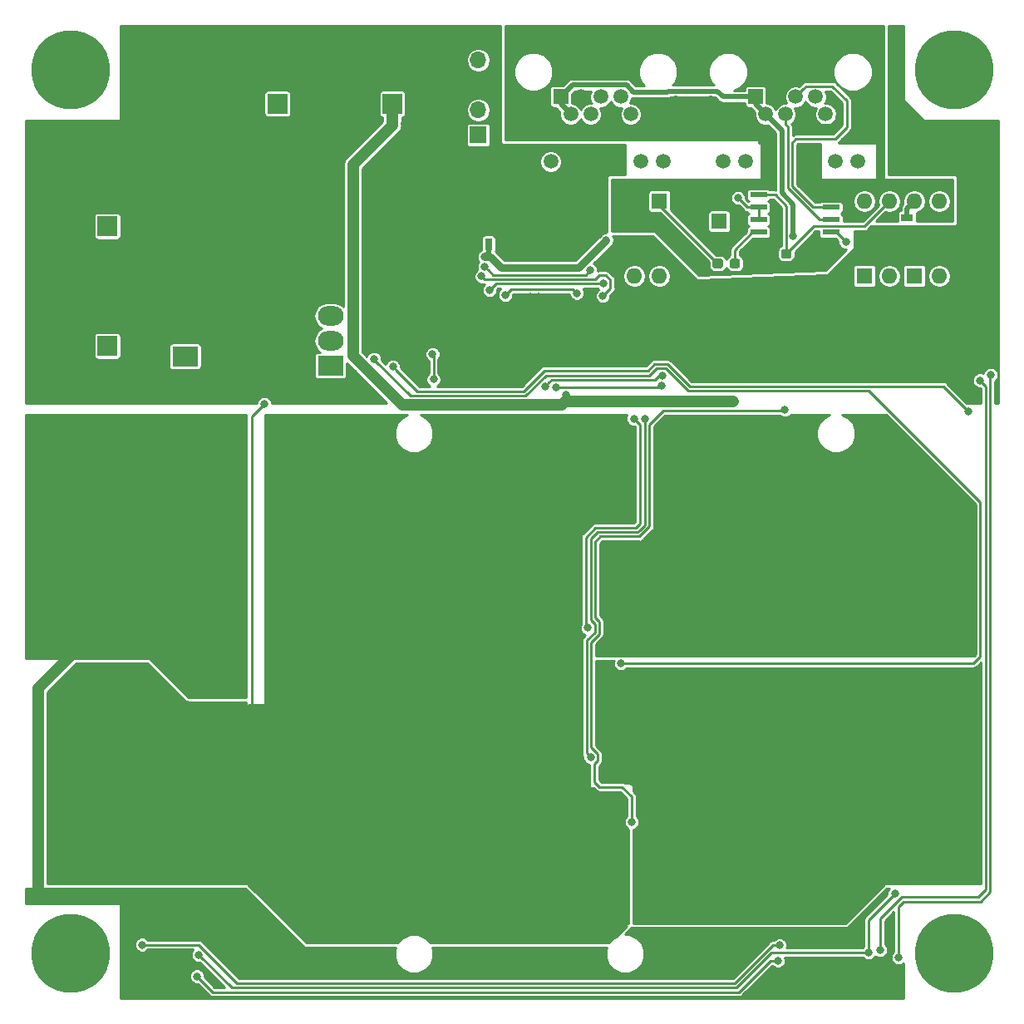
<source format=gbr>
G04 #@! TF.GenerationSoftware,KiCad,Pcbnew,(5.0.1)*
G04 #@! TF.CreationDate,2019-01-31T10:54:59+09:00*
G04 #@! TF.ProjectId,driver,6472697665722E6B696361645F706362,rev?*
G04 #@! TF.SameCoordinates,Original*
G04 #@! TF.FileFunction,Copper,L2,Bot,Signal*
G04 #@! TF.FilePolarity,Positive*
%FSLAX46Y46*%
G04 Gerber Fmt 4.6, Leading zero omitted, Abs format (unit mm)*
G04 Created by KiCad (PCBNEW (5.0.1)) date Thu Jan 31 10:54:59 2019*
%MOMM*%
%LPD*%
G01*
G04 APERTURE LIST*
G04 #@! TA.AperFunction,ComponentPad*
%ADD10O,2.600000X2.000000*%
G04 #@! TD*
G04 #@! TA.AperFunction,ComponentPad*
%ADD11R,2.600000X2.000000*%
G04 #@! TD*
G04 #@! TA.AperFunction,ComponentPad*
%ADD12R,1.600000X1.600000*%
G04 #@! TD*
G04 #@! TA.AperFunction,ComponentPad*
%ADD13O,1.600000X1.600000*%
G04 #@! TD*
G04 #@! TA.AperFunction,SMDPad,CuDef*
%ADD14R,0.750000X1.200000*%
G04 #@! TD*
G04 #@! TA.AperFunction,ComponentPad*
%ADD15R,2.600000X2.600000*%
G04 #@! TD*
G04 #@! TA.AperFunction,ComponentPad*
%ADD16C,2.600000*%
G04 #@! TD*
G04 #@! TA.AperFunction,Conductor*
%ADD17C,0.100000*%
G04 #@! TD*
G04 #@! TA.AperFunction,SMDPad,CuDef*
%ADD18C,0.950000*%
G04 #@! TD*
G04 #@! TA.AperFunction,WasherPad*
%ADD19C,8.000000*%
G04 #@! TD*
G04 #@! TA.AperFunction,ComponentPad*
%ADD20C,2.000000*%
G04 #@! TD*
G04 #@! TA.AperFunction,ComponentPad*
%ADD21R,2.000000X2.000000*%
G04 #@! TD*
G04 #@! TA.AperFunction,ComponentPad*
%ADD22R,1.700000X1.700000*%
G04 #@! TD*
G04 #@! TA.AperFunction,ComponentPad*
%ADD23O,1.700000X1.700000*%
G04 #@! TD*
G04 #@! TA.AperFunction,SMDPad,CuDef*
%ADD24R,1.200000X0.750000*%
G04 #@! TD*
G04 #@! TA.AperFunction,ComponentPad*
%ADD25C,1.600000*%
G04 #@! TD*
G04 #@! TA.AperFunction,ComponentPad*
%ADD26C,1.500000*%
G04 #@! TD*
G04 #@! TA.AperFunction,ComponentPad*
%ADD27R,1.500000X1.500000*%
G04 #@! TD*
G04 #@! TA.AperFunction,SMDPad,CuDef*
%ADD28R,1.750000X0.550000*%
G04 #@! TD*
G04 #@! TA.AperFunction,ViaPad*
%ADD29C,0.800000*%
G04 #@! TD*
G04 #@! TA.AperFunction,ViaPad*
%ADD30C,2.000000*%
G04 #@! TD*
G04 #@! TA.AperFunction,Conductor*
%ADD31C,0.500000*%
G04 #@! TD*
G04 #@! TA.AperFunction,Conductor*
%ADD32C,1.200000*%
G04 #@! TD*
G04 #@! TA.AperFunction,Conductor*
%ADD33C,0.800000*%
G04 #@! TD*
G04 #@! TA.AperFunction,Conductor*
%ADD34C,0.250000*%
G04 #@! TD*
G04 #@! TA.AperFunction,Conductor*
%ADD35C,0.254000*%
G04 #@! TD*
G04 APERTURE END LIST*
D10*
G04 #@! TO.P,J6,4*
G04 #@! TO.N,GND*
X101500000Y-82480000D03*
G04 #@! TO.P,J6,3*
G04 #@! TO.N,+3V3*
X101500000Y-85020000D03*
G04 #@! TO.P,J6,2*
G04 #@! TO.N,/SDA*
X101500000Y-87560000D03*
D11*
G04 #@! TO.P,J6,1*
G04 #@! TO.N,/SCL*
X101500000Y-90100000D03*
G04 #@! TD*
D12*
G04 #@! TO.P,U12,1*
G04 #@! TO.N,+3V3*
X160970000Y-80970000D03*
D13*
G04 #@! TO.P,U12,3*
G04 #@! TO.N,/ISO_DE*
X163510000Y-73350000D03*
G04 #@! TO.P,U12,2*
G04 #@! TO.N,Net-(R18-Pad2)*
X163510000Y-80970000D03*
G04 #@! TO.P,U12,4*
G04 #@! TO.N,/ISO_5V*
X160970000Y-73350000D03*
G04 #@! TD*
D14*
G04 #@! TO.P,C11,2*
G04 #@! TO.N,GND*
X117600000Y-75850000D03*
G04 #@! TO.P,C11,1*
G04 #@! TO.N,+3V3*
X117600000Y-77750000D03*
G04 #@! TD*
D15*
G04 #@! TO.P,J1,1*
G04 #@! TO.N,/OUT_A*
X165000000Y-104840000D03*
D16*
G04 #@! TO.P,J1,2*
X165000000Y-109920000D03*
G04 #@! TO.P,J1,3*
X165000000Y-115000000D03*
G04 #@! TD*
G04 #@! TO.P,J2,3*
G04 #@! TO.N,/OUT_B*
X165000000Y-135080000D03*
G04 #@! TO.P,J2,2*
X165000000Y-130000000D03*
D15*
G04 #@! TO.P,J2,1*
X165000000Y-124920000D03*
G04 #@! TD*
D16*
G04 #@! TO.P,J7,3*
G04 #@! TO.N,/VIN*
X75000000Y-124920000D03*
G04 #@! TO.P,J7,2*
X75000000Y-130000000D03*
D15*
G04 #@! TO.P,J7,1*
X75000000Y-135080000D03*
G04 #@! TD*
G04 #@! TO.P,J8,1*
G04 #@! TO.N,GND*
X75000000Y-115080000D03*
D16*
G04 #@! TO.P,J8,2*
X75000000Y-110000000D03*
G04 #@! TO.P,J8,3*
X75000000Y-104920000D03*
G04 #@! TD*
D17*
G04 #@! TO.N,/ISO_DI*
G04 #@! TO.C,R34*
G36*
X148235779Y-78226144D02*
X148258834Y-78229563D01*
X148281443Y-78235227D01*
X148303387Y-78243079D01*
X148324457Y-78253044D01*
X148344448Y-78265026D01*
X148363168Y-78278910D01*
X148380438Y-78294562D01*
X148396090Y-78311832D01*
X148409974Y-78330552D01*
X148421956Y-78350543D01*
X148431921Y-78371613D01*
X148439773Y-78393557D01*
X148445437Y-78416166D01*
X148448856Y-78439221D01*
X148450000Y-78462500D01*
X148450000Y-78937500D01*
X148448856Y-78960779D01*
X148445437Y-78983834D01*
X148439773Y-79006443D01*
X148431921Y-79028387D01*
X148421956Y-79049457D01*
X148409974Y-79069448D01*
X148396090Y-79088168D01*
X148380438Y-79105438D01*
X148363168Y-79121090D01*
X148344448Y-79134974D01*
X148324457Y-79146956D01*
X148303387Y-79156921D01*
X148281443Y-79164773D01*
X148258834Y-79170437D01*
X148235779Y-79173856D01*
X148212500Y-79175000D01*
X147637500Y-79175000D01*
X147614221Y-79173856D01*
X147591166Y-79170437D01*
X147568557Y-79164773D01*
X147546613Y-79156921D01*
X147525543Y-79146956D01*
X147505552Y-79134974D01*
X147486832Y-79121090D01*
X147469562Y-79105438D01*
X147453910Y-79088168D01*
X147440026Y-79069448D01*
X147428044Y-79049457D01*
X147418079Y-79028387D01*
X147410227Y-79006443D01*
X147404563Y-78983834D01*
X147401144Y-78960779D01*
X147400000Y-78937500D01*
X147400000Y-78462500D01*
X147401144Y-78439221D01*
X147404563Y-78416166D01*
X147410227Y-78393557D01*
X147418079Y-78371613D01*
X147428044Y-78350543D01*
X147440026Y-78330552D01*
X147453910Y-78311832D01*
X147469562Y-78294562D01*
X147486832Y-78278910D01*
X147505552Y-78265026D01*
X147525543Y-78253044D01*
X147546613Y-78243079D01*
X147568557Y-78235227D01*
X147591166Y-78229563D01*
X147614221Y-78226144D01*
X147637500Y-78225000D01*
X148212500Y-78225000D01*
X148235779Y-78226144D01*
X148235779Y-78226144D01*
G37*
D18*
G04 #@! TD*
G04 #@! TO.P,R34,1*
G04 #@! TO.N,/ISO_DI*
X147925000Y-78700000D03*
D17*
G04 #@! TO.N,/ISO_GND*
G04 #@! TO.C,R34*
G36*
X149985779Y-78226144D02*
X150008834Y-78229563D01*
X150031443Y-78235227D01*
X150053387Y-78243079D01*
X150074457Y-78253044D01*
X150094448Y-78265026D01*
X150113168Y-78278910D01*
X150130438Y-78294562D01*
X150146090Y-78311832D01*
X150159974Y-78330552D01*
X150171956Y-78350543D01*
X150181921Y-78371613D01*
X150189773Y-78393557D01*
X150195437Y-78416166D01*
X150198856Y-78439221D01*
X150200000Y-78462500D01*
X150200000Y-78937500D01*
X150198856Y-78960779D01*
X150195437Y-78983834D01*
X150189773Y-79006443D01*
X150181921Y-79028387D01*
X150171956Y-79049457D01*
X150159974Y-79069448D01*
X150146090Y-79088168D01*
X150130438Y-79105438D01*
X150113168Y-79121090D01*
X150094448Y-79134974D01*
X150074457Y-79146956D01*
X150053387Y-79156921D01*
X150031443Y-79164773D01*
X150008834Y-79170437D01*
X149985779Y-79173856D01*
X149962500Y-79175000D01*
X149387500Y-79175000D01*
X149364221Y-79173856D01*
X149341166Y-79170437D01*
X149318557Y-79164773D01*
X149296613Y-79156921D01*
X149275543Y-79146956D01*
X149255552Y-79134974D01*
X149236832Y-79121090D01*
X149219562Y-79105438D01*
X149203910Y-79088168D01*
X149190026Y-79069448D01*
X149178044Y-79049457D01*
X149168079Y-79028387D01*
X149160227Y-79006443D01*
X149154563Y-78983834D01*
X149151144Y-78960779D01*
X149150000Y-78937500D01*
X149150000Y-78462500D01*
X149151144Y-78439221D01*
X149154563Y-78416166D01*
X149160227Y-78393557D01*
X149168079Y-78371613D01*
X149178044Y-78350543D01*
X149190026Y-78330552D01*
X149203910Y-78311832D01*
X149219562Y-78294562D01*
X149236832Y-78278910D01*
X149255552Y-78265026D01*
X149275543Y-78253044D01*
X149296613Y-78243079D01*
X149318557Y-78235227D01*
X149341166Y-78229563D01*
X149364221Y-78226144D01*
X149387500Y-78225000D01*
X149962500Y-78225000D01*
X149985779Y-78226144D01*
X149985779Y-78226144D01*
G37*
D18*
G04 #@! TD*
G04 #@! TO.P,R34,2*
G04 #@! TO.N,/ISO_GND*
X149675000Y-78700000D03*
D17*
G04 #@! TO.N,Net-(R35-Pad2)*
G04 #@! TO.C,R35*
G36*
X141260160Y-79211393D02*
X141283215Y-79214812D01*
X141305824Y-79220476D01*
X141327768Y-79228328D01*
X141348838Y-79238293D01*
X141368829Y-79250275D01*
X141387549Y-79264159D01*
X141404819Y-79279811D01*
X141420471Y-79297081D01*
X141434355Y-79315801D01*
X141446337Y-79335792D01*
X141456302Y-79356862D01*
X141464154Y-79378806D01*
X141469818Y-79401415D01*
X141473237Y-79424470D01*
X141474381Y-79447749D01*
X141474381Y-79922749D01*
X141473237Y-79946028D01*
X141469818Y-79969083D01*
X141464154Y-79991692D01*
X141456302Y-80013636D01*
X141446337Y-80034706D01*
X141434355Y-80054697D01*
X141420471Y-80073417D01*
X141404819Y-80090687D01*
X141387549Y-80106339D01*
X141368829Y-80120223D01*
X141348838Y-80132205D01*
X141327768Y-80142170D01*
X141305824Y-80150022D01*
X141283215Y-80155686D01*
X141260160Y-80159105D01*
X141236881Y-80160249D01*
X140661881Y-80160249D01*
X140638602Y-80159105D01*
X140615547Y-80155686D01*
X140592938Y-80150022D01*
X140570994Y-80142170D01*
X140549924Y-80132205D01*
X140529933Y-80120223D01*
X140511213Y-80106339D01*
X140493943Y-80090687D01*
X140478291Y-80073417D01*
X140464407Y-80054697D01*
X140452425Y-80034706D01*
X140442460Y-80013636D01*
X140434608Y-79991692D01*
X140428944Y-79969083D01*
X140425525Y-79946028D01*
X140424381Y-79922749D01*
X140424381Y-79447749D01*
X140425525Y-79424470D01*
X140428944Y-79401415D01*
X140434608Y-79378806D01*
X140442460Y-79356862D01*
X140452425Y-79335792D01*
X140464407Y-79315801D01*
X140478291Y-79297081D01*
X140493943Y-79279811D01*
X140511213Y-79264159D01*
X140529933Y-79250275D01*
X140549924Y-79238293D01*
X140570994Y-79228328D01*
X140592938Y-79220476D01*
X140615547Y-79214812D01*
X140638602Y-79211393D01*
X140661881Y-79210249D01*
X141236881Y-79210249D01*
X141260160Y-79211393D01*
X141260160Y-79211393D01*
G37*
D18*
G04 #@! TD*
G04 #@! TO.P,R35,2*
G04 #@! TO.N,Net-(R35-Pad2)*
X140949381Y-79685249D03*
D17*
G04 #@! TO.N,/ISO_RO*
G04 #@! TO.C,R35*
G36*
X143010160Y-79211393D02*
X143033215Y-79214812D01*
X143055824Y-79220476D01*
X143077768Y-79228328D01*
X143098838Y-79238293D01*
X143118829Y-79250275D01*
X143137549Y-79264159D01*
X143154819Y-79279811D01*
X143170471Y-79297081D01*
X143184355Y-79315801D01*
X143196337Y-79335792D01*
X143206302Y-79356862D01*
X143214154Y-79378806D01*
X143219818Y-79401415D01*
X143223237Y-79424470D01*
X143224381Y-79447749D01*
X143224381Y-79922749D01*
X143223237Y-79946028D01*
X143219818Y-79969083D01*
X143214154Y-79991692D01*
X143206302Y-80013636D01*
X143196337Y-80034706D01*
X143184355Y-80054697D01*
X143170471Y-80073417D01*
X143154819Y-80090687D01*
X143137549Y-80106339D01*
X143118829Y-80120223D01*
X143098838Y-80132205D01*
X143077768Y-80142170D01*
X143055824Y-80150022D01*
X143033215Y-80155686D01*
X143010160Y-80159105D01*
X142986881Y-80160249D01*
X142411881Y-80160249D01*
X142388602Y-80159105D01*
X142365547Y-80155686D01*
X142342938Y-80150022D01*
X142320994Y-80142170D01*
X142299924Y-80132205D01*
X142279933Y-80120223D01*
X142261213Y-80106339D01*
X142243943Y-80090687D01*
X142228291Y-80073417D01*
X142214407Y-80054697D01*
X142202425Y-80034706D01*
X142192460Y-80013636D01*
X142184608Y-79991692D01*
X142178944Y-79969083D01*
X142175525Y-79946028D01*
X142174381Y-79922749D01*
X142174381Y-79447749D01*
X142175525Y-79424470D01*
X142178944Y-79401415D01*
X142184608Y-79378806D01*
X142192460Y-79356862D01*
X142202425Y-79335792D01*
X142214407Y-79315801D01*
X142228291Y-79297081D01*
X142243943Y-79279811D01*
X142261213Y-79264159D01*
X142279933Y-79250275D01*
X142299924Y-79238293D01*
X142320994Y-79228328D01*
X142342938Y-79220476D01*
X142365547Y-79214812D01*
X142388602Y-79211393D01*
X142411881Y-79210249D01*
X142986881Y-79210249D01*
X143010160Y-79211393D01*
X143010160Y-79211393D01*
G37*
D18*
G04 #@! TD*
G04 #@! TO.P,R35,1*
G04 #@! TO.N,/ISO_RO*
X142699381Y-79685249D03*
D13*
G04 #@! TO.P,U9,4*
G04 #@! TO.N,/ISO_5V*
X155890000Y-73350000D03*
G04 #@! TO.P,U9,2*
G04 #@! TO.N,Net-(R33-Pad2)*
X158430000Y-80970000D03*
G04 #@! TO.P,U9,3*
G04 #@! TO.N,/ISO_DI*
X158430000Y-73350000D03*
D12*
G04 #@! TO.P,U9,1*
G04 #@! TO.N,+3V3*
X155890000Y-80970000D03*
G04 #@! TD*
G04 #@! TO.P,U10,1*
G04 #@! TO.N,Net-(R35-Pad2)*
X135000000Y-73350000D03*
D13*
G04 #@! TO.P,U10,3*
G04 #@! TO.N,Net-(R36-Pad2)*
X132460000Y-80970000D03*
G04 #@! TO.P,U10,2*
G04 #@! TO.N,/ISO_GND*
X132460000Y-73350000D03*
G04 #@! TO.P,U10,4*
G04 #@! TO.N,+3V3*
X135000000Y-80970000D03*
G04 #@! TD*
D19*
G04 #@! TO.P,H1,1*
G04 #@! TO.N,*
X75000000Y-60000000D03*
G04 #@! TD*
G04 #@! TO.P,H2,1*
G04 #@! TO.N,*
X165000000Y-60000000D03*
G04 #@! TD*
G04 #@! TO.P,H3,1*
G04 #@! TO.N,*
X75000000Y-150000000D03*
G04 #@! TD*
G04 #@! TO.P,H4,1*
G04 #@! TO.N,*
X165000000Y-150000000D03*
G04 #@! TD*
D20*
G04 #@! TO.P,C2,2*
G04 #@! TO.N,GND*
X107800000Y-58400000D03*
D21*
G04 #@! TO.P,C2,1*
G04 #@! TO.N,+VSW*
X107800000Y-63400000D03*
G04 #@! TD*
G04 #@! TO.P,C3,1*
G04 #@! TO.N,Net-(C3-Pad1)*
X96100000Y-63400000D03*
D20*
G04 #@! TO.P,C3,2*
G04 #@! TO.N,GND*
X96100000Y-58400000D03*
G04 #@! TD*
G04 #@! TO.P,C15,2*
G04 #@! TO.N,GND*
X73800000Y-88100000D03*
D21*
G04 #@! TO.P,C15,1*
G04 #@! TO.N,Net-(C15-Pad1)*
X78800000Y-88100000D03*
G04 #@! TD*
G04 #@! TO.P,C19,1*
G04 #@! TO.N,+3V3*
X78800000Y-75900000D03*
D20*
G04 #@! TO.P,C19,2*
G04 #@! TO.N,GND*
X73800000Y-75900000D03*
G04 #@! TD*
D22*
G04 #@! TO.P,J9,1*
G04 #@! TO.N,+3V3*
X116550000Y-66590000D03*
D23*
G04 #@! TO.P,J9,2*
G04 #@! TO.N,/SWCLK*
X116550000Y-64050000D03*
G04 #@! TO.P,J9,3*
G04 #@! TO.N,GND*
X116550000Y-61510000D03*
G04 #@! TO.P,J9,4*
G04 #@! TO.N,/SWDIO*
X116550000Y-58970000D03*
G04 #@! TD*
D11*
G04 #@! TO.P,J10,1*
G04 #@! TO.N,+3V3*
X86700000Y-89140000D03*
D10*
G04 #@! TO.P,J10,2*
G04 #@! TO.N,GND*
X86700000Y-86600000D03*
G04 #@! TD*
D24*
G04 #@! TO.P,C6,1*
G04 #@! TO.N,/ISO_5V*
X160250000Y-75000000D03*
G04 #@! TO.P,C6,2*
G04 #@! TO.N,/ISO_GND*
X162150000Y-75000000D03*
G04 #@! TD*
D12*
G04 #@! TO.P,C8,1*
G04 #@! TO.N,/ISO_5V*
X141099381Y-75385249D03*
D25*
G04 #@! TO.P,C8,2*
G04 #@! TO.N,/ISO_GND*
X141099381Y-77385249D03*
G04 #@! TD*
D26*
G04 #@! TO.P,J4,12*
G04 #@! TO.N,/CLED1*
X155220000Y-69300000D03*
G04 #@! TO.P,J4,11*
G04 #@! TO.N,GND*
X152930000Y-69300000D03*
G04 #@! TO.P,J4,10*
G04 #@! TO.N,/CLED2*
X143790000Y-69300000D03*
G04 #@! TO.P,J4,9*
G04 #@! TO.N,GND*
X141500000Y-69300000D03*
D20*
G04 #@! TO.P,J4,SH*
G04 #@! TO.N,/ISO_GND*
X140230000Y-63590000D03*
X156490000Y-63590000D03*
D26*
G04 #@! TO.P,J4,8*
G04 #@! TO.N,Net-(J4-Pad8)*
X151940000Y-64480000D03*
G04 #@! TO.P,J4,6*
G04 #@! TO.N,/ISO_GND*
X149900000Y-64480000D03*
G04 #@! TO.P,J4,4*
G04 #@! TO.N,/RS485_B*
X147860000Y-64480000D03*
G04 #@! TO.P,J4,2*
G04 #@! TO.N,/BUS_VCC*
X145820000Y-64480000D03*
G04 #@! TO.P,J4,7*
G04 #@! TO.N,Net-(J4-Pad7)*
X150920000Y-62700000D03*
G04 #@! TO.P,J4,5*
G04 #@! TO.N,/RX485_A*
X148880000Y-62700000D03*
G04 #@! TO.P,J4,3*
G04 #@! TO.N,/ISO_GND*
X146840000Y-62700000D03*
D27*
G04 #@! TO.P,J4,1*
G04 #@! TO.N,/BUS_VCC*
X144800000Y-62700000D03*
G04 #@! TD*
G04 #@! TO.P,J5,1*
G04 #@! TO.N,/BUS_VCC*
X124950000Y-62700000D03*
D26*
G04 #@! TO.P,J5,3*
G04 #@! TO.N,/ISO_GND*
X126990000Y-62700000D03*
G04 #@! TO.P,J5,5*
G04 #@! TO.N,/RX485_A*
X129030000Y-62700000D03*
G04 #@! TO.P,J5,7*
G04 #@! TO.N,Net-(J5-Pad7)*
X131070000Y-62700000D03*
G04 #@! TO.P,J5,2*
G04 #@! TO.N,/BUS_VCC*
X125970000Y-64480000D03*
G04 #@! TO.P,J5,4*
G04 #@! TO.N,/RS485_B*
X128010000Y-64480000D03*
G04 #@! TO.P,J5,6*
G04 #@! TO.N,/ISO_GND*
X130050000Y-64480000D03*
G04 #@! TO.P,J5,8*
G04 #@! TO.N,Net-(J5-Pad8)*
X132090000Y-64480000D03*
D20*
G04 #@! TO.P,J5,SH*
G04 #@! TO.N,/ISO_GND*
X136640000Y-63590000D03*
X120380000Y-63590000D03*
D26*
G04 #@! TO.P,J5,9*
G04 #@! TO.N,GND*
X121650000Y-69300000D03*
G04 #@! TO.P,J5,10*
G04 #@! TO.N,/CLED4*
X123940000Y-69300000D03*
G04 #@! TO.P,J5,11*
G04 #@! TO.N,GND*
X133080000Y-69300000D03*
G04 #@! TO.P,J5,12*
G04 #@! TO.N,/CLED3*
X135370000Y-69300000D03*
G04 #@! TD*
D28*
G04 #@! TO.P,U13,1*
G04 #@! TO.N,/ISO_RO*
X145100000Y-76505000D03*
G04 #@! TO.P,U13,2*
G04 #@! TO.N,/ISO_DE*
X145100000Y-75235000D03*
G04 #@! TO.P,U13,3*
X145100000Y-73965000D03*
G04 #@! TO.P,U13,4*
G04 #@! TO.N,/ISO_DI*
X145100000Y-72695000D03*
G04 #@! TO.P,U13,5*
G04 #@! TO.N,/ISO_GND*
X152500000Y-72695000D03*
G04 #@! TO.P,U13,6*
G04 #@! TO.N,/RX485_A*
X152500000Y-73965000D03*
G04 #@! TO.P,U13,7*
G04 #@! TO.N,/RS485_B*
X152500000Y-75235000D03*
G04 #@! TO.P,U13,8*
G04 #@! TO.N,/ISO_5V*
X152500000Y-76505000D03*
G04 #@! TD*
D29*
G04 #@! TO.N,+VSW*
X142500000Y-93750000D03*
X125500000Y-93025010D03*
D30*
G04 #@! TO.N,GND*
X80750000Y-66000000D03*
X89500000Y-61000000D03*
X102000000Y-60750000D03*
X94500000Y-69500000D03*
X100000000Y-65750000D03*
X77750000Y-82000000D03*
X89000000Y-98000000D03*
X89000000Y-103000000D03*
X89000000Y-100500000D03*
X89000000Y-105500000D03*
X89000000Y-108000000D03*
X89000000Y-110500000D03*
X89000000Y-113000000D03*
X89000000Y-115500000D03*
X89000000Y-118000000D03*
X89000000Y-120500000D03*
X91500000Y-145500000D03*
X86500000Y-74750000D03*
X86750000Y-82750000D03*
X139500000Y-90000000D03*
X134100000Y-87600000D03*
D29*
X99500000Y-69400000D03*
X99500000Y-68200000D03*
X100600000Y-68200000D03*
X100600000Y-69200000D03*
X80400000Y-79500000D03*
X79600000Y-80800000D03*
X86000000Y-77100000D03*
X81400000Y-76000000D03*
X83600000Y-74600000D03*
X95300000Y-81200000D03*
X94300000Y-90000000D03*
X128600000Y-87500000D03*
X143800000Y-88700000D03*
X96400000Y-89200000D03*
X97200000Y-87500000D03*
X97300000Y-92200000D03*
X120100000Y-90800000D03*
X118300000Y-74300000D03*
X117100000Y-74300000D03*
X117100000Y-73100000D03*
X165500000Y-83500000D03*
X161900000Y-84500000D03*
X156900000Y-88500000D03*
X158600000Y-78100000D03*
X162700000Y-78100000D03*
X123600000Y-73400000D03*
D30*
X139500000Y-82800000D03*
X112000000Y-85400000D03*
X101300000Y-76900000D03*
X101300000Y-79200000D03*
X105700000Y-77800000D03*
X105700000Y-80100000D03*
X105700000Y-82400000D03*
X105700000Y-84700000D03*
X117000000Y-90600000D03*
D29*
X123700000Y-87000000D03*
D30*
X109700000Y-65500000D03*
X108700000Y-71100000D03*
X97100000Y-76100000D03*
X97100000Y-78200000D03*
X97100000Y-80300000D03*
X107500000Y-74900000D03*
D29*
X110400000Y-77600000D03*
X111600000Y-79300000D03*
X126800000Y-78700000D03*
X121300000Y-76000000D03*
X122100000Y-76000000D03*
X121300000Y-77000000D03*
X122100000Y-77000000D03*
X123600000Y-79100000D03*
X121900000Y-83100000D03*
X124300000Y-84600000D03*
X122700000Y-83100000D03*
X122600000Y-86600000D03*
X156900000Y-89500000D03*
X165500000Y-82600000D03*
X120100000Y-89900000D03*
X156900000Y-84600000D03*
X124300000Y-89874990D03*
X150312660Y-91474990D03*
X140300000Y-149900000D03*
X150300000Y-148700000D03*
X122712660Y-79112660D03*
X105250000Y-92750000D03*
G04 #@! TO.N,+3V3*
X117200000Y-79000000D03*
X129600000Y-77300000D03*
X158989324Y-143889324D03*
X88087339Y-150112659D03*
X156330000Y-149900000D03*
G04 #@! TO.N,/VIN_MON*
X126600000Y-82700000D03*
X119300000Y-82900000D03*
X112000000Y-91500000D03*
X111900000Y-88900000D03*
G04 #@! TO.N,/ISO_5V*
X154000000Y-77500000D03*
G04 #@! TO.N,/ISO_GND*
X152000000Y-79000000D03*
X138000000Y-73000000D03*
X143500000Y-78500000D03*
X147000000Y-74800000D03*
X154400000Y-73100000D03*
X164600000Y-72300000D03*
X153375000Y-64700000D03*
G04 #@! TO.N,/DRV1F*
X128000000Y-130000000D03*
X133519082Y-95522671D03*
G04 #@! TO.N,/DRV2F*
X132200000Y-136600000D03*
X147800000Y-94600000D03*
G04 #@! TO.N,/DRV3F*
X127700000Y-116800000D03*
X132400002Y-95500000D03*
G04 #@! TO.N,/OUT_A*
X131500000Y-113500000D03*
X130500000Y-114500000D03*
X131500000Y-114500000D03*
X130500000Y-113500000D03*
X130500000Y-112500000D03*
X131500000Y-112500000D03*
X131500000Y-115500000D03*
X130500000Y-115500000D03*
X129500000Y-115500000D03*
X129500000Y-114500000D03*
X129500000Y-113500000D03*
X129500000Y-112500000D03*
X129500000Y-111500000D03*
X130500000Y-111500000D03*
X131500000Y-111500000D03*
D30*
X130000000Y-109000000D03*
X133000000Y-109000000D03*
X136000000Y-109000000D03*
X136000000Y-109000000D03*
X136000000Y-109000000D03*
X139000000Y-109000000D03*
X136000000Y-112000000D03*
X136000000Y-115000000D03*
X136000000Y-118000000D03*
X133000000Y-118000000D03*
X139000000Y-118000000D03*
X139000000Y-115000000D03*
X139000000Y-112000000D03*
X142000000Y-115000000D03*
X142000000Y-118000000D03*
X142000000Y-109000000D03*
X142000000Y-112000000D03*
D29*
G04 #@! TO.N,/OUT_B*
X131000000Y-126500000D03*
X131000000Y-127500000D03*
X130000000Y-127500000D03*
X130000000Y-126500000D03*
X130000000Y-125500000D03*
X131000000Y-125500000D03*
X132000000Y-126500000D03*
X132000000Y-125500000D03*
X132000000Y-124500000D03*
X132000000Y-127500000D03*
X129000000Y-124500000D03*
X129000000Y-125500000D03*
X129000000Y-126500000D03*
X129000000Y-127500000D03*
X129000000Y-128500000D03*
X130000000Y-128500000D03*
X131000000Y-128500000D03*
X132000000Y-128500000D03*
D30*
X130000000Y-131000000D03*
X133000000Y-131000000D03*
X136000000Y-131000000D03*
X139000000Y-131000000D03*
X142000000Y-131000000D03*
X142000000Y-128000000D03*
X142000000Y-125000000D03*
X142000000Y-122000000D03*
X139000000Y-122000000D03*
X136000000Y-122000000D03*
X133000000Y-122000000D03*
X136000000Y-125000000D03*
X136000000Y-128000000D03*
X139000000Y-128000000D03*
X139000000Y-125000000D03*
D29*
X131000000Y-124500000D03*
X130000000Y-124500000D03*
G04 #@! TO.N,/VIN*
X130000000Y-140000000D03*
X130000000Y-141000000D03*
X129000000Y-141000000D03*
X129000000Y-140000000D03*
X129000000Y-139000000D03*
X129000000Y-138000000D03*
X130000000Y-138000000D03*
X131000000Y-138000000D03*
X131000000Y-140000000D03*
X131000000Y-141000000D03*
X131000000Y-142000000D03*
X130000000Y-142000000D03*
X129000000Y-142000000D03*
X128000000Y-142000000D03*
X128000000Y-141000000D03*
X128000000Y-140000000D03*
X128000000Y-139000000D03*
X128000000Y-138000000D03*
X130000000Y-100000000D03*
X130000000Y-101000000D03*
X129000000Y-101000000D03*
X129000000Y-100000000D03*
X129000000Y-99000000D03*
X130000000Y-99000000D03*
X131000000Y-99000000D03*
X131000000Y-100000000D03*
X131000000Y-101000000D03*
X131000000Y-102000000D03*
X130000000Y-102000000D03*
X129000000Y-102000000D03*
X128000000Y-102000000D03*
X128000000Y-101000000D03*
X128000000Y-100000000D03*
X128000000Y-99000000D03*
X128000000Y-98000000D03*
X129000000Y-98000000D03*
X130000000Y-98000000D03*
X131000000Y-98000000D03*
D30*
X130000000Y-96500000D03*
X127000000Y-96500000D03*
X124000000Y-96500000D03*
X121000000Y-96500000D03*
X118000000Y-96500000D03*
X118000000Y-99000000D03*
X118000000Y-102000000D03*
X118000000Y-105000000D03*
X121000000Y-105000000D03*
X124000000Y-105000000D03*
X127000000Y-105000000D03*
X130000000Y-105000000D03*
X121000000Y-102000000D03*
X121000000Y-99000000D03*
X124000000Y-99000000D03*
X124000000Y-102000000D03*
X130000000Y-136000000D03*
X127000000Y-136000000D03*
X124000000Y-136000000D03*
X121000000Y-136000000D03*
X118000000Y-136000000D03*
X121000000Y-139000000D03*
X118000000Y-139000000D03*
X118000000Y-142000000D03*
X121000000Y-142000000D03*
X121000000Y-145000000D03*
X118000000Y-145000000D03*
X124000000Y-145000000D03*
X127000000Y-145000000D03*
X130000000Y-145000000D03*
X115000000Y-136000000D03*
X115000000Y-139000000D03*
X115000000Y-142000000D03*
X115000000Y-145000000D03*
X99000000Y-129000000D03*
X102000000Y-128000000D03*
X97000000Y-127000000D03*
X104000000Y-130000000D03*
X96000000Y-130000000D03*
X98000000Y-132000000D03*
X94000000Y-128000000D03*
X111000000Y-133000000D03*
X107000000Y-129000000D03*
X108000000Y-134000000D03*
X100000000Y-126000000D03*
X103000000Y-133000000D03*
X101000000Y-131000000D03*
X112000000Y-130000000D03*
X114000000Y-132000000D03*
X109000000Y-131000000D03*
X106000000Y-132000000D03*
X105000000Y-135000000D03*
X102000000Y-136000000D03*
X100000000Y-134000000D03*
D29*
X130000000Y-139000000D03*
X131000000Y-139000000D03*
X94750000Y-94000000D03*
G04 #@! TO.N,/CTRL_B*
X135300000Y-91100000D03*
X123362335Y-92237665D03*
G04 #@! TO.N,/CTRL_A*
X135253882Y-92098948D03*
X124449990Y-92300000D03*
G04 #@! TO.N,/TX*
X116900000Y-81000000D03*
X129251150Y-83000000D03*
G04 #@! TO.N,/RX*
X117700000Y-82400000D03*
X129300001Y-81700001D03*
G04 #@! TO.N,/BUS_VCC*
X148650000Y-76910249D03*
G04 #@! TO.N,/SDA*
X131100000Y-120400000D03*
X105950000Y-89400000D03*
G04 #@! TO.N,/SCL*
X166500000Y-94800000D03*
X107850000Y-90200000D03*
G04 #@! TO.N,/DE*
X127956666Y-80386667D03*
X117187342Y-80012661D03*
G04 #@! TO.N,/ISO_DE*
X143000000Y-73000000D03*
G04 #@! TO.N,/SLED1*
X168750000Y-91050000D03*
X159344239Y-150375010D03*
G04 #@! TO.N,/SLED2*
X87900000Y-152300000D03*
X147086411Y-150700000D03*
G04 #@! TO.N,/SLED3*
X82300000Y-149075000D03*
X147237002Y-149149989D03*
G04 #@! TO.N,/SLED4*
X167650000Y-91600000D03*
X157484796Y-149626213D03*
G04 #@! TD*
D31*
G04 #@! TO.N,+VSW*
X125500000Y-93650000D02*
X125400000Y-93750000D01*
X125500000Y-93025010D02*
X125500000Y-93650000D01*
D32*
X142500000Y-93750000D02*
X125400000Y-93750000D01*
X107800000Y-65600000D02*
X107800000Y-63400000D01*
X103800000Y-69600000D02*
X107800000Y-65600000D01*
X104830108Y-90100000D02*
X104800000Y-90100000D01*
X108830137Y-94100029D02*
X104830108Y-90100000D01*
X125400000Y-93750000D02*
X125049971Y-94100029D01*
X103800000Y-89100000D02*
X103800000Y-69600000D01*
X104800000Y-90100000D02*
X103800000Y-89100000D01*
X125049971Y-94100029D02*
X108830137Y-94100029D01*
D33*
G04 #@! TO.N,GND*
X123600000Y-71250000D02*
X121650000Y-69300000D01*
X123600000Y-73400000D02*
X123600000Y-71250000D01*
D32*
X71700000Y-122950000D02*
X71700000Y-143800000D01*
X75000000Y-115080000D02*
X75000000Y-119650000D01*
X75000000Y-119650000D02*
X71700000Y-122950000D01*
D31*
G04 #@! TO.N,+3V3*
X117600000Y-78600000D02*
X117200000Y-79000000D01*
X117600000Y-77750000D02*
X117600000Y-78600000D01*
D33*
X117765685Y-79000000D02*
X117200000Y-79000000D01*
X118890686Y-80125001D02*
X117765685Y-79000000D01*
X126774999Y-80125001D02*
X118890686Y-80125001D01*
X129600000Y-77300000D02*
X126774999Y-80125001D01*
D34*
X146436411Y-149900000D02*
X155764315Y-149900000D01*
X91424691Y-153450011D02*
X142886400Y-153450011D01*
X156330000Y-146548648D02*
X156330000Y-149334315D01*
X156330000Y-149334315D02*
X156330000Y-149900000D01*
X158989324Y-143889324D02*
X156330000Y-146548648D01*
X88087339Y-150112659D02*
X91424691Y-153450011D01*
X142886400Y-153450011D02*
X146436411Y-149900000D01*
X155764315Y-149900000D02*
X156330000Y-149900000D01*
G04 #@! TO.N,/VIN_MON*
X126600000Y-82700000D02*
X126200000Y-82300000D01*
X119900000Y-82300000D02*
X119300000Y-82900000D01*
X126200000Y-82300000D02*
X119900000Y-82300000D01*
X112000000Y-91500000D02*
X112000000Y-89000000D01*
X112000000Y-89000000D02*
X111900000Y-88900000D01*
G04 #@! TO.N,/ISO_5V*
X152500000Y-76505000D02*
X153005000Y-76505000D01*
X153005000Y-76505000D02*
X154000000Y-77500000D01*
D31*
X160250000Y-74070000D02*
X160970000Y-73350000D01*
X160250000Y-75000000D02*
X160250000Y-74070000D01*
D34*
G04 #@! TO.N,/ISO_GND*
X152519999Y-65555001D02*
X153375000Y-64700000D01*
X149900000Y-64480000D02*
X150975001Y-65555001D01*
X150975001Y-65555001D02*
X152519999Y-65555001D01*
G04 #@! TO.N,/DRV1F*
X133000000Y-106836410D02*
X132936410Y-106900000D01*
X133500000Y-95541753D02*
X133519082Y-95522671D01*
X133000000Y-106836410D02*
X133500000Y-106336410D01*
X133500000Y-106336410D02*
X133500000Y-95541753D01*
X128686400Y-107050010D02*
X132786400Y-107050010D01*
X128000000Y-107736410D02*
X128686400Y-107050010D01*
X128000000Y-130000000D02*
X127600001Y-129600001D01*
X127600001Y-118073001D02*
X128425001Y-117248001D01*
X132786400Y-107050010D02*
X133000000Y-106836410D01*
X128425001Y-117248001D02*
X128425001Y-116451999D01*
X128425001Y-116451999D02*
X128000000Y-116026998D01*
X127600001Y-129600001D02*
X127600001Y-118073001D01*
X128000000Y-116026998D02*
X128000000Y-107736410D01*
G04 #@! TO.N,/DRV2F*
X128450010Y-111600000D02*
X128450010Y-111349990D01*
X128450010Y-115750010D02*
X128450010Y-111600000D01*
X128875011Y-117434401D02*
X128875011Y-116175011D01*
X128050011Y-118259401D02*
X128875011Y-117434401D01*
X128050011Y-128977009D02*
X128050011Y-118259401D01*
X128725001Y-129651999D02*
X128050011Y-128977009D01*
X128725001Y-130348001D02*
X128725001Y-129651999D01*
X128400000Y-130673002D02*
X128725001Y-130348001D01*
X131200000Y-133000000D02*
X128900000Y-133000000D01*
X128400000Y-132500000D02*
X128400000Y-130673002D01*
X128875011Y-116175011D02*
X128450010Y-115750010D01*
X132200000Y-134000000D02*
X131200000Y-133000000D01*
X132200000Y-136600000D02*
X132200000Y-134000000D01*
X128900000Y-133000000D02*
X128400000Y-132500000D01*
X128450010Y-108049990D02*
X128450010Y-111600000D01*
X128999980Y-107500020D02*
X128450010Y-108049990D01*
X147700000Y-94700000D02*
X135400000Y-94700000D01*
X147800000Y-94600000D02*
X147700000Y-94700000D01*
X135400000Y-94700000D02*
X134000000Y-96100000D01*
X134000000Y-96100000D02*
X134000000Y-106472820D01*
X134000000Y-106472820D02*
X132972801Y-107500019D01*
X132972801Y-107500019D02*
X128999980Y-107500020D01*
G04 #@! TO.N,/DRV3F*
X133000000Y-96099998D02*
X132400002Y-95500000D01*
X127500000Y-116600000D02*
X127500000Y-107600000D01*
X127700000Y-116800000D02*
X127500000Y-116600000D01*
X128500000Y-106600000D02*
X132600000Y-106600000D01*
X127500000Y-107600000D02*
X128500000Y-106600000D01*
X132600000Y-106600000D02*
X133000000Y-106200000D01*
X133000000Y-106200000D02*
X133000000Y-96099998D01*
G04 #@! TO.N,/VIN*
X94750000Y-94000000D02*
X93500000Y-95250000D01*
X93500000Y-95250000D02*
X93500000Y-124750000D01*
G04 #@! TO.N,/CTRL_B*
X123762334Y-91837666D02*
X123362335Y-92237665D01*
X124025001Y-91574999D02*
X123762334Y-91837666D01*
X134525001Y-91574999D02*
X124025001Y-91574999D01*
X135300000Y-91100000D02*
X135000000Y-91100000D01*
X135000000Y-91100000D02*
X134525001Y-91574999D01*
G04 #@! TO.N,/CTRL_A*
X135052830Y-92300000D02*
X124449990Y-92300000D01*
X135253882Y-92098948D02*
X135052830Y-92300000D01*
G04 #@! TO.N,/TX*
X129651149Y-82600001D02*
X129251150Y-83000000D01*
X130025002Y-82226148D02*
X129651149Y-82600001D01*
X116900000Y-81000000D02*
X117200022Y-81300022D01*
X117200022Y-81300022D02*
X128499978Y-81300022D01*
X128499978Y-81300022D02*
X128900000Y-80900000D01*
X128900000Y-80900000D02*
X129573002Y-80900000D01*
X129573002Y-80900000D02*
X130025002Y-81352000D01*
X130025002Y-81352000D02*
X130025002Y-82226148D01*
G04 #@! TO.N,/RX*
X129249969Y-81750033D02*
X129300001Y-81700001D01*
X117700000Y-82400000D02*
X118349967Y-81750033D01*
X118349967Y-81750033D02*
X129249969Y-81750033D01*
G04 #@! TO.N,/RX485_A*
X149629999Y-61950001D02*
X148880000Y-62700000D01*
X152624999Y-61624999D02*
X149955001Y-61624999D01*
X154100000Y-65800000D02*
X154100000Y-63100000D01*
X149955001Y-61624999D02*
X149629999Y-61950001D01*
X150665000Y-73965000D02*
X148525022Y-71825022D01*
X154100000Y-63100000D02*
X152624999Y-61624999D01*
X152500000Y-73965000D02*
X150665000Y-73965000D01*
X148900000Y-67000000D02*
X152900000Y-67000000D01*
X148525022Y-71825022D02*
X148525022Y-67374978D01*
X148525022Y-67374978D02*
X148900000Y-67000000D01*
X152900000Y-67000000D02*
X154100000Y-65800000D01*
G04 #@! TO.N,/RS485_B*
X147860000Y-64480000D02*
X147860000Y-65540660D01*
X151298589Y-75235000D02*
X151375000Y-75235000D01*
X148075011Y-72011422D02*
X151298589Y-75235000D01*
X147860000Y-65540660D02*
X148075011Y-65755671D01*
X148075011Y-65755671D02*
X148075011Y-72011422D01*
X151375000Y-75235000D02*
X152500000Y-75235000D01*
D31*
G04 #@! TO.N,/BUS_VCC*
X124950000Y-63460000D02*
X125970000Y-64480000D01*
X124950000Y-62700000D02*
X124950000Y-63460000D01*
X144800000Y-63460000D02*
X145820000Y-64480000D01*
X144800000Y-62700000D02*
X144800000Y-63460000D01*
X126150001Y-61499999D02*
X124950000Y-62700000D01*
X131646001Y-61499999D02*
X126150001Y-61499999D01*
X132381003Y-62235001D02*
X131646001Y-61499999D01*
X135856001Y-62235001D02*
X132381003Y-62235001D01*
X135951003Y-62139999D02*
X135856001Y-62235001D01*
X140926001Y-62139999D02*
X135951003Y-62139999D01*
X141486002Y-62700000D02*
X140926001Y-62139999D01*
X144800000Y-62700000D02*
X141486002Y-62700000D01*
X147500000Y-72500000D02*
X148650000Y-73650000D01*
X147500000Y-66160000D02*
X147500000Y-72500000D01*
X148650000Y-73650000D02*
X148650000Y-76910249D01*
X145820000Y-64480000D02*
X147500000Y-66160000D01*
D34*
G04 #@! TO.N,/SDA*
X105950000Y-89473002D02*
X105950000Y-89400000D01*
X109627009Y-93150011D02*
X105950000Y-89473002D01*
X121376988Y-93150011D02*
X109627009Y-93150011D01*
X135648001Y-90374999D02*
X134700000Y-90374999D01*
X134700000Y-90374999D02*
X133974999Y-91100000D01*
X167000000Y-120400000D02*
X167700000Y-119700000D01*
X131100000Y-120400000D02*
X167000000Y-120400000D01*
X167700000Y-119700000D02*
X167700000Y-104000000D01*
X167700000Y-104000000D02*
X156350011Y-92650011D01*
X137923012Y-92650011D02*
X135648001Y-90374999D01*
X123426998Y-91100000D02*
X121376988Y-93150011D01*
X133974999Y-91100000D02*
X123426998Y-91100000D01*
X156350011Y-92650011D02*
X137923012Y-92650011D01*
G04 #@! TO.N,/SCL*
X110350000Y-92700000D02*
X108249999Y-90599999D01*
X108249999Y-90599999D02*
X107850000Y-90200000D01*
X123290588Y-90600000D02*
X121190588Y-92700000D01*
X138109412Y-92200000D02*
X135834401Y-89924988D01*
X135834401Y-89924988D02*
X134513600Y-89924988D01*
X133838589Y-90600000D02*
X123290588Y-90600000D01*
X163900000Y-92200000D02*
X138109412Y-92200000D01*
X166500000Y-94800000D02*
X163900000Y-92200000D01*
X121190588Y-92700000D02*
X110350000Y-92700000D01*
X134513600Y-89924988D02*
X133838589Y-90600000D01*
G04 #@! TO.N,/DE*
X117200000Y-80000003D02*
X117187342Y-80012661D01*
X127956666Y-80386667D02*
X127493322Y-80850011D01*
X127493322Y-80850011D02*
X118050008Y-80850011D01*
X118050008Y-80850011D02*
X117599999Y-80400002D01*
X117599999Y-80400002D02*
X117200000Y-80000003D01*
G04 #@! TO.N,/ISO_DE*
X145100000Y-75235000D02*
X145100000Y-73965000D01*
X145100000Y-73965000D02*
X143965000Y-73965000D01*
X143965000Y-73965000D02*
X143000000Y-73000000D01*
G04 #@! TO.N,/ISO_DI*
X146795000Y-72695000D02*
X145100000Y-72695000D01*
X147925000Y-78700000D02*
X147925000Y-73825000D01*
X147925000Y-73825000D02*
X146795000Y-72695000D01*
X150725000Y-75900000D02*
X147925000Y-78700000D01*
X158430000Y-73350000D02*
X155880000Y-75900000D01*
X155880000Y-75900000D02*
X150725000Y-75900000D01*
G04 #@! TO.N,Net-(R35-Pad2)*
X135000000Y-73735868D02*
X135000000Y-73350000D01*
X140949381Y-79685249D02*
X135000000Y-73735868D01*
G04 #@! TO.N,/ISO_RO*
X144500000Y-76505000D02*
X145100000Y-76505000D01*
X142699381Y-78305619D02*
X144500000Y-76505000D01*
X142699381Y-79685249D02*
X142699381Y-78305619D01*
G04 #@! TO.N,/SLED1*
X168700000Y-91100000D02*
X168700000Y-143700000D01*
X159344239Y-149809325D02*
X159344239Y-150375010D01*
X159865374Y-144674990D02*
X159344239Y-145196125D01*
X168750000Y-91050000D02*
X168700000Y-91100000D01*
X168700000Y-143700000D02*
X167725010Y-144674990D01*
X167725010Y-144674990D02*
X159865374Y-144674990D01*
X159344239Y-145196125D02*
X159344239Y-149809325D01*
G04 #@! TO.N,/SLED2*
X146300000Y-150700000D02*
X147086411Y-150700000D01*
X87900000Y-152300000D02*
X89500022Y-153900022D01*
X143099978Y-153900022D02*
X146300000Y-150700000D01*
X89500022Y-153900022D02*
X143099978Y-153900022D01*
G04 #@! TO.N,/SLED3*
X146540598Y-149149989D02*
X147237002Y-149149989D01*
X142690587Y-153000000D02*
X146540598Y-149149989D01*
X92000000Y-153000000D02*
X142690587Y-153000000D01*
X82300000Y-149075000D02*
X88075000Y-149075000D01*
X88075000Y-149075000D02*
X92000000Y-153000000D01*
G04 #@! TO.N,/SLED4*
X167475021Y-144224979D02*
X159678974Y-144224979D01*
X157484796Y-149060528D02*
X157484796Y-149626213D01*
X159678974Y-144224979D02*
X157484796Y-146419157D01*
X168249989Y-143450011D02*
X167475021Y-144224979D01*
X157484796Y-146419157D02*
X157484796Y-149060528D01*
X167650000Y-91600000D02*
X168249989Y-92199989D01*
X168249989Y-92199989D02*
X168249989Y-143450011D01*
G04 #@! TD*
D35*
G04 #@! TO.N,/OUT_A*
G36*
X151880119Y-95323980D02*
X151323980Y-95880119D01*
X151023000Y-96606750D01*
X151023000Y-97393250D01*
X151323980Y-98119881D01*
X151880119Y-98676020D01*
X152606750Y-98977000D01*
X153393250Y-98977000D01*
X154119881Y-98676020D01*
X154676020Y-98119881D01*
X154977000Y-97393250D01*
X154977000Y-96606750D01*
X154676020Y-95880119D01*
X154119881Y-95323980D01*
X153644329Y-95127000D01*
X158117066Y-95127000D01*
X167198001Y-104207936D01*
X167198000Y-119492065D01*
X167067065Y-119623000D01*
X128552011Y-119623000D01*
X128552011Y-118467335D01*
X129195024Y-117824324D01*
X129236932Y-117796322D01*
X129264934Y-117754414D01*
X129264937Y-117754411D01*
X129347883Y-117630272D01*
X129347884Y-117630271D01*
X129377011Y-117483840D01*
X129377011Y-117483836D01*
X129386844Y-117434402D01*
X129377011Y-117384968D01*
X129377011Y-116224444D01*
X129386844Y-116175010D01*
X129377011Y-116125576D01*
X129377011Y-116125572D01*
X129347884Y-115979141D01*
X129321841Y-115940165D01*
X129264937Y-115855001D01*
X129264934Y-115854998D01*
X129236932Y-115813090D01*
X129195023Y-115785087D01*
X128952010Y-115542075D01*
X128952010Y-108257924D01*
X129207915Y-108002020D01*
X132923362Y-108002018D01*
X132972801Y-108011852D01*
X133168671Y-107972891D01*
X133292809Y-107889945D01*
X133292811Y-107889943D01*
X133334722Y-107861939D01*
X133362726Y-107820028D01*
X134320009Y-106862745D01*
X134361921Y-106834741D01*
X134472873Y-106668690D01*
X134502000Y-106522259D01*
X134502000Y-106522254D01*
X134511833Y-106472820D01*
X134502000Y-106423386D01*
X134502000Y-96307934D01*
X135607935Y-95202000D01*
X147303156Y-95202000D01*
X147359865Y-95258709D01*
X147645445Y-95377000D01*
X147954555Y-95377000D01*
X148240135Y-95258709D01*
X148371844Y-95127000D01*
X152355671Y-95127000D01*
X151880119Y-95323980D01*
X151880119Y-95323980D01*
G37*
X151880119Y-95323980D02*
X151323980Y-95880119D01*
X151023000Y-96606750D01*
X151023000Y-97393250D01*
X151323980Y-98119881D01*
X151880119Y-98676020D01*
X152606750Y-98977000D01*
X153393250Y-98977000D01*
X154119881Y-98676020D01*
X154676020Y-98119881D01*
X154977000Y-97393250D01*
X154977000Y-96606750D01*
X154676020Y-95880119D01*
X154119881Y-95323980D01*
X153644329Y-95127000D01*
X158117066Y-95127000D01*
X167198001Y-104207936D01*
X167198000Y-119492065D01*
X167067065Y-119623000D01*
X128552011Y-119623000D01*
X128552011Y-118467335D01*
X129195024Y-117824324D01*
X129236932Y-117796322D01*
X129264934Y-117754414D01*
X129264937Y-117754411D01*
X129347883Y-117630272D01*
X129347884Y-117630271D01*
X129377011Y-117483840D01*
X129377011Y-117483836D01*
X129386844Y-117434402D01*
X129377011Y-117384968D01*
X129377011Y-116224444D01*
X129386844Y-116175010D01*
X129377011Y-116125576D01*
X129377011Y-116125572D01*
X129347884Y-115979141D01*
X129321841Y-115940165D01*
X129264937Y-115855001D01*
X129264934Y-115854998D01*
X129236932Y-115813090D01*
X129195023Y-115785087D01*
X128952010Y-115542075D01*
X128952010Y-108257924D01*
X129207915Y-108002020D01*
X132923362Y-108002018D01*
X132972801Y-108011852D01*
X133168671Y-107972891D01*
X133292809Y-107889945D01*
X133292811Y-107889943D01*
X133334722Y-107861939D01*
X133362726Y-107820028D01*
X134320009Y-106862745D01*
X134361921Y-106834741D01*
X134472873Y-106668690D01*
X134502000Y-106522259D01*
X134502000Y-106522254D01*
X134511833Y-106472820D01*
X134502000Y-106423386D01*
X134502000Y-96307934D01*
X135607935Y-95202000D01*
X147303156Y-95202000D01*
X147359865Y-95258709D01*
X147645445Y-95377000D01*
X147954555Y-95377000D01*
X148240135Y-95258709D01*
X148371844Y-95127000D01*
X152355671Y-95127000D01*
X151880119Y-95323980D01*
G04 #@! TO.N,/OUT_B*
G36*
X130323000Y-120245445D02*
X130323000Y-120554555D01*
X130441291Y-120840135D01*
X130659865Y-121058709D01*
X130945445Y-121177000D01*
X131254555Y-121177000D01*
X131540135Y-121058709D01*
X131696844Y-120902000D01*
X166950566Y-120902000D01*
X167000000Y-120911833D01*
X167049434Y-120902000D01*
X167049439Y-120902000D01*
X167195870Y-120872873D01*
X167361921Y-120761921D01*
X167389927Y-120720007D01*
X167747990Y-120361945D01*
X167747990Y-142873000D01*
X158000000Y-142873000D01*
X157951399Y-142882667D01*
X157910197Y-142910197D01*
X153947394Y-146873000D01*
X132377000Y-146873000D01*
X132377000Y-137367703D01*
X132640135Y-137258709D01*
X132858709Y-137040135D01*
X132977000Y-136754555D01*
X132977000Y-136445445D01*
X132858709Y-136159865D01*
X132702000Y-136003156D01*
X132702000Y-134049435D01*
X132711833Y-134000000D01*
X132702000Y-133950565D01*
X132702000Y-133950561D01*
X132672873Y-133804130D01*
X132672873Y-133804129D01*
X132589926Y-133679991D01*
X132589925Y-133679990D01*
X132561921Y-133638079D01*
X132520009Y-133610075D01*
X132377000Y-133467065D01*
X132377000Y-133000000D01*
X132348303Y-132855728D01*
X132266579Y-132733421D01*
X132144272Y-132651697D01*
X132000000Y-132623000D01*
X131539354Y-132623000D01*
X131395870Y-132527127D01*
X131249439Y-132498000D01*
X131249434Y-132498000D01*
X131200000Y-132488167D01*
X131150566Y-132498000D01*
X129107935Y-132498000D01*
X128902000Y-132292066D01*
X128902000Y-130880936D01*
X129045011Y-130737926D01*
X129086922Y-130709922D01*
X129197874Y-130543871D01*
X129227001Y-130397440D01*
X129227001Y-130397435D01*
X129236834Y-130348001D01*
X129227001Y-130298567D01*
X129227001Y-129701432D01*
X129236834Y-129651998D01*
X129227001Y-129602564D01*
X129227001Y-129602560D01*
X129197874Y-129456129D01*
X129086922Y-129290078D01*
X129045010Y-129262074D01*
X128552011Y-128769075D01*
X128552011Y-120127000D01*
X130372061Y-120127000D01*
X130323000Y-120245445D01*
X130323000Y-120245445D01*
G37*
X130323000Y-120245445D02*
X130323000Y-120554555D01*
X130441291Y-120840135D01*
X130659865Y-121058709D01*
X130945445Y-121177000D01*
X131254555Y-121177000D01*
X131540135Y-121058709D01*
X131696844Y-120902000D01*
X166950566Y-120902000D01*
X167000000Y-120911833D01*
X167049434Y-120902000D01*
X167049439Y-120902000D01*
X167195870Y-120872873D01*
X167361921Y-120761921D01*
X167389927Y-120720007D01*
X167747990Y-120361945D01*
X167747990Y-142873000D01*
X158000000Y-142873000D01*
X157951399Y-142882667D01*
X157910197Y-142910197D01*
X153947394Y-146873000D01*
X132377000Y-146873000D01*
X132377000Y-137367703D01*
X132640135Y-137258709D01*
X132858709Y-137040135D01*
X132977000Y-136754555D01*
X132977000Y-136445445D01*
X132858709Y-136159865D01*
X132702000Y-136003156D01*
X132702000Y-134049435D01*
X132711833Y-134000000D01*
X132702000Y-133950565D01*
X132702000Y-133950561D01*
X132672873Y-133804130D01*
X132672873Y-133804129D01*
X132589926Y-133679991D01*
X132589925Y-133679990D01*
X132561921Y-133638079D01*
X132520009Y-133610075D01*
X132377000Y-133467065D01*
X132377000Y-133000000D01*
X132348303Y-132855728D01*
X132266579Y-132733421D01*
X132144272Y-132651697D01*
X132000000Y-132623000D01*
X131539354Y-132623000D01*
X131395870Y-132527127D01*
X131249439Y-132498000D01*
X131249434Y-132498000D01*
X131200000Y-132488167D01*
X131150566Y-132498000D01*
X129107935Y-132498000D01*
X128902000Y-132292066D01*
X128902000Y-130880936D01*
X129045011Y-130737926D01*
X129086922Y-130709922D01*
X129197874Y-130543871D01*
X129227001Y-130397440D01*
X129227001Y-130397435D01*
X129236834Y-130348001D01*
X129227001Y-130298567D01*
X129227001Y-129701432D01*
X129236834Y-129651998D01*
X129227001Y-129602564D01*
X129227001Y-129602560D01*
X129197874Y-129456129D01*
X129086922Y-129290078D01*
X129045010Y-129262074D01*
X128552011Y-128769075D01*
X128552011Y-120127000D01*
X130372061Y-120127000D01*
X130323000Y-120245445D01*
G04 #@! TO.N,/VIN*
G36*
X108880119Y-95323980D02*
X108323980Y-95880119D01*
X108023000Y-96606750D01*
X108023000Y-97393250D01*
X108323980Y-98119881D01*
X108880119Y-98676020D01*
X109606750Y-98977000D01*
X110393250Y-98977000D01*
X111119881Y-98676020D01*
X111676020Y-98119881D01*
X111977000Y-97393250D01*
X111977000Y-96606750D01*
X111676020Y-95880119D01*
X111119881Y-95323980D01*
X110644329Y-95127000D01*
X131713485Y-95127000D01*
X131623002Y-95345445D01*
X131623002Y-95654555D01*
X131741293Y-95940135D01*
X131959867Y-96158709D01*
X132245447Y-96277000D01*
X132467067Y-96277000D01*
X132498001Y-96307934D01*
X132498000Y-105992065D01*
X132392066Y-106098000D01*
X128549435Y-106098000D01*
X128500000Y-106088167D01*
X128450565Y-106098000D01*
X128450561Y-106098000D01*
X128335329Y-106120921D01*
X128304129Y-106127127D01*
X128179991Y-106210074D01*
X128138079Y-106238079D01*
X128110075Y-106279991D01*
X127179991Y-107210075D01*
X127138080Y-107238079D01*
X127110076Y-107279990D01*
X127110074Y-107279992D01*
X127027128Y-107404130D01*
X126988167Y-107600000D01*
X126998001Y-107649439D01*
X126998000Y-116464379D01*
X126923000Y-116645445D01*
X126923000Y-116954555D01*
X127041291Y-117240135D01*
X127259865Y-117458709D01*
X127432748Y-117530319D01*
X127279992Y-117683076D01*
X127238081Y-117711080D01*
X127210077Y-117752991D01*
X127210075Y-117752993D01*
X127127129Y-117877131D01*
X127088168Y-118073001D01*
X127098002Y-118122440D01*
X127098001Y-129550567D01*
X127088168Y-129600001D01*
X127098001Y-129649435D01*
X127098001Y-129649439D01*
X127127128Y-129795870D01*
X127223000Y-129939353D01*
X127223000Y-130154555D01*
X127341291Y-130440135D01*
X127559865Y-130658709D01*
X127845445Y-130777000D01*
X127873000Y-130777000D01*
X127873000Y-133000000D01*
X127882667Y-133048601D01*
X127910197Y-133089803D01*
X127951399Y-133117333D01*
X128000000Y-133127000D01*
X128317065Y-133127000D01*
X128510074Y-133320009D01*
X128538079Y-133361921D01*
X128704130Y-133472873D01*
X128850561Y-133502000D01*
X128850566Y-133502000D01*
X128900000Y-133511833D01*
X128949434Y-133502000D01*
X130992066Y-133502000D01*
X131698001Y-134207936D01*
X131698000Y-136003156D01*
X131541291Y-136159865D01*
X131423000Y-136445445D01*
X131423000Y-136754555D01*
X131541291Y-137040135D01*
X131759865Y-137258709D01*
X131873000Y-137305571D01*
X131873000Y-146873000D01*
X110052606Y-146873000D01*
X93127000Y-129947394D01*
X93127000Y-124627000D01*
X94750000Y-124627000D01*
X94798601Y-124617333D01*
X94839803Y-124589803D01*
X94867333Y-124548601D01*
X94877000Y-124500000D01*
X94877000Y-95127000D01*
X109355671Y-95127000D01*
X108880119Y-95323980D01*
X108880119Y-95323980D01*
G37*
X108880119Y-95323980D02*
X108323980Y-95880119D01*
X108023000Y-96606750D01*
X108023000Y-97393250D01*
X108323980Y-98119881D01*
X108880119Y-98676020D01*
X109606750Y-98977000D01*
X110393250Y-98977000D01*
X111119881Y-98676020D01*
X111676020Y-98119881D01*
X111977000Y-97393250D01*
X111977000Y-96606750D01*
X111676020Y-95880119D01*
X111119881Y-95323980D01*
X110644329Y-95127000D01*
X131713485Y-95127000D01*
X131623002Y-95345445D01*
X131623002Y-95654555D01*
X131741293Y-95940135D01*
X131959867Y-96158709D01*
X132245447Y-96277000D01*
X132467067Y-96277000D01*
X132498001Y-96307934D01*
X132498000Y-105992065D01*
X132392066Y-106098000D01*
X128549435Y-106098000D01*
X128500000Y-106088167D01*
X128450565Y-106098000D01*
X128450561Y-106098000D01*
X128335329Y-106120921D01*
X128304129Y-106127127D01*
X128179991Y-106210074D01*
X128138079Y-106238079D01*
X128110075Y-106279991D01*
X127179991Y-107210075D01*
X127138080Y-107238079D01*
X127110076Y-107279990D01*
X127110074Y-107279992D01*
X127027128Y-107404130D01*
X126988167Y-107600000D01*
X126998001Y-107649439D01*
X126998000Y-116464379D01*
X126923000Y-116645445D01*
X126923000Y-116954555D01*
X127041291Y-117240135D01*
X127259865Y-117458709D01*
X127432748Y-117530319D01*
X127279992Y-117683076D01*
X127238081Y-117711080D01*
X127210077Y-117752991D01*
X127210075Y-117752993D01*
X127127129Y-117877131D01*
X127088168Y-118073001D01*
X127098002Y-118122440D01*
X127098001Y-129550567D01*
X127088168Y-129600001D01*
X127098001Y-129649435D01*
X127098001Y-129649439D01*
X127127128Y-129795870D01*
X127223000Y-129939353D01*
X127223000Y-130154555D01*
X127341291Y-130440135D01*
X127559865Y-130658709D01*
X127845445Y-130777000D01*
X127873000Y-130777000D01*
X127873000Y-133000000D01*
X127882667Y-133048601D01*
X127910197Y-133089803D01*
X127951399Y-133117333D01*
X128000000Y-133127000D01*
X128317065Y-133127000D01*
X128510074Y-133320009D01*
X128538079Y-133361921D01*
X128704130Y-133472873D01*
X128850561Y-133502000D01*
X128850566Y-133502000D01*
X128900000Y-133511833D01*
X128949434Y-133502000D01*
X130992066Y-133502000D01*
X131698001Y-134207936D01*
X131698000Y-136003156D01*
X131541291Y-136159865D01*
X131423000Y-136445445D01*
X131423000Y-136754555D01*
X131541291Y-137040135D01*
X131759865Y-137258709D01*
X131873000Y-137305571D01*
X131873000Y-146873000D01*
X110052606Y-146873000D01*
X93127000Y-129947394D01*
X93127000Y-124627000D01*
X94750000Y-124627000D01*
X94798601Y-124617333D01*
X94839803Y-124589803D01*
X94867333Y-124548601D01*
X94877000Y-124500000D01*
X94877000Y-95127000D01*
X109355671Y-95127000D01*
X108880119Y-95323980D01*
G04 #@! TO.N,GND*
G36*
X92873000Y-123873000D02*
X87052606Y-123873000D01*
X83089803Y-119910197D01*
X83048601Y-119882667D01*
X83000000Y-119873000D01*
X70452000Y-119873000D01*
X70452000Y-95127000D01*
X92873000Y-95127000D01*
X92873000Y-123873000D01*
X92873000Y-123873000D01*
G37*
X92873000Y-123873000D02*
X87052606Y-123873000D01*
X83089803Y-119910197D01*
X83048601Y-119882667D01*
X83000000Y-119873000D01*
X70452000Y-119873000D01*
X70452000Y-95127000D01*
X92873000Y-95127000D01*
X92873000Y-123873000D01*
G04 #@! TO.N,/VIN*
G36*
X86733421Y-124266579D02*
X86855728Y-124348303D01*
X87000000Y-124377000D01*
X92873000Y-124377000D01*
X92873000Y-130000000D01*
X92882667Y-130048601D01*
X92910197Y-130089803D01*
X109910197Y-147089803D01*
X109951399Y-147117333D01*
X110000000Y-147127000D01*
X131693394Y-147127000D01*
X130578647Y-148241747D01*
X130380119Y-148323980D01*
X129831099Y-148873000D01*
X111668901Y-148873000D01*
X111119881Y-148323980D01*
X110393250Y-148023000D01*
X109606750Y-148023000D01*
X108880119Y-148323980D01*
X108331099Y-148873000D01*
X99052606Y-148873000D01*
X93089803Y-142910197D01*
X93048601Y-142882667D01*
X93000000Y-142873000D01*
X72677000Y-142873000D01*
X72677000Y-123354686D01*
X75622806Y-120408881D01*
X75670519Y-120377000D01*
X82843842Y-120377000D01*
X86733421Y-124266579D01*
X86733421Y-124266579D01*
G37*
X86733421Y-124266579D02*
X86855728Y-124348303D01*
X87000000Y-124377000D01*
X92873000Y-124377000D01*
X92873000Y-130000000D01*
X92882667Y-130048601D01*
X92910197Y-130089803D01*
X109910197Y-147089803D01*
X109951399Y-147117333D01*
X110000000Y-147127000D01*
X131693394Y-147127000D01*
X130578647Y-148241747D01*
X130380119Y-148323980D01*
X129831099Y-148873000D01*
X111668901Y-148873000D01*
X111119881Y-148323980D01*
X110393250Y-148023000D01*
X109606750Y-148023000D01*
X108880119Y-148323980D01*
X108331099Y-148873000D01*
X99052606Y-148873000D01*
X93089803Y-142910197D01*
X93048601Y-142882667D01*
X93000000Y-142873000D01*
X72677000Y-142873000D01*
X72677000Y-123354686D01*
X75622806Y-120408881D01*
X75670519Y-120377000D01*
X82843842Y-120377000D01*
X86733421Y-124266579D01*
G04 #@! TO.N,GND*
G36*
X98733421Y-149266579D02*
X98855728Y-149348303D01*
X99000000Y-149377000D01*
X108118165Y-149377000D01*
X108023000Y-149606750D01*
X108023000Y-150393250D01*
X108323980Y-151119881D01*
X108880119Y-151676020D01*
X109606750Y-151977000D01*
X110393250Y-151977000D01*
X111119881Y-151676020D01*
X111676020Y-151119881D01*
X111977000Y-150393250D01*
X111977000Y-149606750D01*
X111881835Y-149377000D01*
X129618165Y-149377000D01*
X129523000Y-149606750D01*
X129523000Y-150393250D01*
X129823980Y-151119881D01*
X130380119Y-151676020D01*
X131106750Y-151977000D01*
X131893250Y-151977000D01*
X132619881Y-151676020D01*
X133176020Y-151119881D01*
X133477000Y-150393250D01*
X133477000Y-149606750D01*
X133176020Y-148880119D01*
X132619881Y-148323980D01*
X131893250Y-148023000D01*
X131510158Y-148023000D01*
X132156158Y-147377000D01*
X154000000Y-147377000D01*
X154144272Y-147348303D01*
X154266579Y-147266579D01*
X158156158Y-143377000D01*
X158402804Y-143377000D01*
X158330615Y-143449189D01*
X158212324Y-143734769D01*
X158212324Y-143956389D01*
X156009993Y-146158721D01*
X155968079Y-146186727D01*
X155857127Y-146352779D01*
X155828000Y-146499210D01*
X155828000Y-146499214D01*
X155818167Y-146548648D01*
X155828000Y-146598082D01*
X155828001Y-149284872D01*
X155828000Y-149284877D01*
X155828000Y-149303156D01*
X155733156Y-149398000D01*
X147975291Y-149398000D01*
X148014002Y-149304544D01*
X148014002Y-148995434D01*
X147895711Y-148709854D01*
X147677137Y-148491280D01*
X147391557Y-148372989D01*
X147082447Y-148372989D01*
X146796867Y-148491280D01*
X146640158Y-148647989D01*
X146590032Y-148647989D01*
X146540598Y-148638156D01*
X146491164Y-148647989D01*
X146491159Y-148647989D01*
X146344728Y-148677116D01*
X146178677Y-148788068D01*
X146150673Y-148829979D01*
X142482653Y-152498000D01*
X92207936Y-152498000D01*
X88464927Y-148754993D01*
X88436921Y-148713079D01*
X88270870Y-148602127D01*
X88124439Y-148573000D01*
X88124434Y-148573000D01*
X88075000Y-148563167D01*
X88025566Y-148573000D01*
X82896844Y-148573000D01*
X82740135Y-148416291D01*
X82454555Y-148298000D01*
X82145445Y-148298000D01*
X81859865Y-148416291D01*
X81641291Y-148634865D01*
X81523000Y-148920445D01*
X81523000Y-149229555D01*
X81641291Y-149515135D01*
X81859865Y-149733709D01*
X82145445Y-149852000D01*
X82454555Y-149852000D01*
X82740135Y-149733709D01*
X82896844Y-149577000D01*
X87524154Y-149577000D01*
X87428630Y-149672524D01*
X87310339Y-149958104D01*
X87310339Y-150267214D01*
X87428630Y-150552794D01*
X87647204Y-150771368D01*
X87932784Y-150889659D01*
X88154405Y-150889659D01*
X90662767Y-153398022D01*
X89707957Y-153398022D01*
X88677000Y-152367066D01*
X88677000Y-152145445D01*
X88558709Y-151859865D01*
X88340135Y-151641291D01*
X88054555Y-151523000D01*
X87745445Y-151523000D01*
X87459865Y-151641291D01*
X87241291Y-151859865D01*
X87123000Y-152145445D01*
X87123000Y-152454555D01*
X87241291Y-152740135D01*
X87459865Y-152958709D01*
X87745445Y-153077000D01*
X87967066Y-153077000D01*
X89110097Y-154220032D01*
X89138101Y-154261943D01*
X89304152Y-154372895D01*
X89450583Y-154402022D01*
X89450588Y-154402022D01*
X89500022Y-154411855D01*
X89549456Y-154402022D01*
X143050544Y-154402022D01*
X143099978Y-154411855D01*
X143149412Y-154402022D01*
X143149417Y-154402022D01*
X143295848Y-154372895D01*
X143461899Y-154261943D01*
X143489905Y-154220029D01*
X146498751Y-151211184D01*
X146646276Y-151358709D01*
X146931856Y-151477000D01*
X147240966Y-151477000D01*
X147526546Y-151358709D01*
X147745120Y-151140135D01*
X147863411Y-150854555D01*
X147863411Y-150545445D01*
X147803994Y-150402000D01*
X155733156Y-150402000D01*
X155889865Y-150558709D01*
X156175445Y-150677000D01*
X156484555Y-150677000D01*
X156770135Y-150558709D01*
X156988709Y-150340135D01*
X157021268Y-150261529D01*
X157044661Y-150284922D01*
X157330241Y-150403213D01*
X157639351Y-150403213D01*
X157924931Y-150284922D01*
X158143505Y-150066348D01*
X158261796Y-149780768D01*
X158261796Y-149471658D01*
X158143505Y-149186078D01*
X157986796Y-149029369D01*
X157986796Y-146627091D01*
X158842239Y-145771649D01*
X158842240Y-149759882D01*
X158842239Y-149759887D01*
X158842239Y-149778166D01*
X158685530Y-149934875D01*
X158567239Y-150220455D01*
X158567239Y-150529565D01*
X158685530Y-150815145D01*
X158904104Y-151033719D01*
X159189684Y-151152010D01*
X159498794Y-151152010D01*
X159784374Y-151033719D01*
X159873000Y-150945093D01*
X159873000Y-154548000D01*
X80127000Y-154548000D01*
X80127000Y-145000000D01*
X80117333Y-144951399D01*
X80089803Y-144910197D01*
X80048601Y-144882667D01*
X80000000Y-144873000D01*
X70452000Y-144873000D01*
X70452000Y-143377000D01*
X92843842Y-143377000D01*
X98733421Y-149266579D01*
X98733421Y-149266579D01*
G37*
X98733421Y-149266579D02*
X98855728Y-149348303D01*
X99000000Y-149377000D01*
X108118165Y-149377000D01*
X108023000Y-149606750D01*
X108023000Y-150393250D01*
X108323980Y-151119881D01*
X108880119Y-151676020D01*
X109606750Y-151977000D01*
X110393250Y-151977000D01*
X111119881Y-151676020D01*
X111676020Y-151119881D01*
X111977000Y-150393250D01*
X111977000Y-149606750D01*
X111881835Y-149377000D01*
X129618165Y-149377000D01*
X129523000Y-149606750D01*
X129523000Y-150393250D01*
X129823980Y-151119881D01*
X130380119Y-151676020D01*
X131106750Y-151977000D01*
X131893250Y-151977000D01*
X132619881Y-151676020D01*
X133176020Y-151119881D01*
X133477000Y-150393250D01*
X133477000Y-149606750D01*
X133176020Y-148880119D01*
X132619881Y-148323980D01*
X131893250Y-148023000D01*
X131510158Y-148023000D01*
X132156158Y-147377000D01*
X154000000Y-147377000D01*
X154144272Y-147348303D01*
X154266579Y-147266579D01*
X158156158Y-143377000D01*
X158402804Y-143377000D01*
X158330615Y-143449189D01*
X158212324Y-143734769D01*
X158212324Y-143956389D01*
X156009993Y-146158721D01*
X155968079Y-146186727D01*
X155857127Y-146352779D01*
X155828000Y-146499210D01*
X155828000Y-146499214D01*
X155818167Y-146548648D01*
X155828000Y-146598082D01*
X155828001Y-149284872D01*
X155828000Y-149284877D01*
X155828000Y-149303156D01*
X155733156Y-149398000D01*
X147975291Y-149398000D01*
X148014002Y-149304544D01*
X148014002Y-148995434D01*
X147895711Y-148709854D01*
X147677137Y-148491280D01*
X147391557Y-148372989D01*
X147082447Y-148372989D01*
X146796867Y-148491280D01*
X146640158Y-148647989D01*
X146590032Y-148647989D01*
X146540598Y-148638156D01*
X146491164Y-148647989D01*
X146491159Y-148647989D01*
X146344728Y-148677116D01*
X146178677Y-148788068D01*
X146150673Y-148829979D01*
X142482653Y-152498000D01*
X92207936Y-152498000D01*
X88464927Y-148754993D01*
X88436921Y-148713079D01*
X88270870Y-148602127D01*
X88124439Y-148573000D01*
X88124434Y-148573000D01*
X88075000Y-148563167D01*
X88025566Y-148573000D01*
X82896844Y-148573000D01*
X82740135Y-148416291D01*
X82454555Y-148298000D01*
X82145445Y-148298000D01*
X81859865Y-148416291D01*
X81641291Y-148634865D01*
X81523000Y-148920445D01*
X81523000Y-149229555D01*
X81641291Y-149515135D01*
X81859865Y-149733709D01*
X82145445Y-149852000D01*
X82454555Y-149852000D01*
X82740135Y-149733709D01*
X82896844Y-149577000D01*
X87524154Y-149577000D01*
X87428630Y-149672524D01*
X87310339Y-149958104D01*
X87310339Y-150267214D01*
X87428630Y-150552794D01*
X87647204Y-150771368D01*
X87932784Y-150889659D01*
X88154405Y-150889659D01*
X90662767Y-153398022D01*
X89707957Y-153398022D01*
X88677000Y-152367066D01*
X88677000Y-152145445D01*
X88558709Y-151859865D01*
X88340135Y-151641291D01*
X88054555Y-151523000D01*
X87745445Y-151523000D01*
X87459865Y-151641291D01*
X87241291Y-151859865D01*
X87123000Y-152145445D01*
X87123000Y-152454555D01*
X87241291Y-152740135D01*
X87459865Y-152958709D01*
X87745445Y-153077000D01*
X87967066Y-153077000D01*
X89110097Y-154220032D01*
X89138101Y-154261943D01*
X89304152Y-154372895D01*
X89450583Y-154402022D01*
X89450588Y-154402022D01*
X89500022Y-154411855D01*
X89549456Y-154402022D01*
X143050544Y-154402022D01*
X143099978Y-154411855D01*
X143149412Y-154402022D01*
X143149417Y-154402022D01*
X143295848Y-154372895D01*
X143461899Y-154261943D01*
X143489905Y-154220029D01*
X146498751Y-151211184D01*
X146646276Y-151358709D01*
X146931856Y-151477000D01*
X147240966Y-151477000D01*
X147526546Y-151358709D01*
X147745120Y-151140135D01*
X147863411Y-150854555D01*
X147863411Y-150545445D01*
X147803994Y-150402000D01*
X155733156Y-150402000D01*
X155889865Y-150558709D01*
X156175445Y-150677000D01*
X156484555Y-150677000D01*
X156770135Y-150558709D01*
X156988709Y-150340135D01*
X157021268Y-150261529D01*
X157044661Y-150284922D01*
X157330241Y-150403213D01*
X157639351Y-150403213D01*
X157924931Y-150284922D01*
X158143505Y-150066348D01*
X158261796Y-149780768D01*
X158261796Y-149471658D01*
X158143505Y-149186078D01*
X157986796Y-149029369D01*
X157986796Y-146627091D01*
X158842239Y-145771649D01*
X158842240Y-149759882D01*
X158842239Y-149759887D01*
X158842239Y-149778166D01*
X158685530Y-149934875D01*
X158567239Y-150220455D01*
X158567239Y-150529565D01*
X158685530Y-150815145D01*
X158904104Y-151033719D01*
X159189684Y-151152010D01*
X159498794Y-151152010D01*
X159784374Y-151033719D01*
X159873000Y-150945093D01*
X159873000Y-154548000D01*
X80127000Y-154548000D01*
X80127000Y-145000000D01*
X80117333Y-144951399D01*
X80089803Y-144910197D01*
X80048601Y-144882667D01*
X80000000Y-144873000D01*
X70452000Y-144873000D01*
X70452000Y-143377000D01*
X92843842Y-143377000D01*
X98733421Y-149266579D01*
G36*
X118823000Y-67200000D02*
X118851697Y-67344272D01*
X118933421Y-67466579D01*
X119055728Y-67548303D01*
X119200000Y-67577000D01*
X131510946Y-67577000D01*
X131510946Y-70623000D01*
X130000000Y-70623000D01*
X129855728Y-70651697D01*
X129733421Y-70733421D01*
X129651697Y-70855728D01*
X129623000Y-71000000D01*
X129623000Y-76500000D01*
X129625558Y-76512862D01*
X129600000Y-76507778D01*
X129523475Y-76523000D01*
X129445445Y-76523000D01*
X129373354Y-76552861D01*
X129296829Y-76568083D01*
X129231955Y-76611430D01*
X129159865Y-76641291D01*
X129104690Y-76696466D01*
X126453156Y-79348001D01*
X119212530Y-79348001D01*
X118369223Y-78504695D01*
X118337930Y-78457861D01*
X118359385Y-78350000D01*
X118359385Y-77150000D01*
X118330125Y-77002902D01*
X118246801Y-76878199D01*
X118122098Y-76794875D01*
X117975000Y-76765615D01*
X117225000Y-76765615D01*
X117077902Y-76794875D01*
X116953199Y-76878199D01*
X116869875Y-77002902D01*
X116840615Y-77150000D01*
X116840615Y-78305644D01*
X116831953Y-78311431D01*
X116759865Y-78341291D01*
X116704692Y-78396464D01*
X116639814Y-78439814D01*
X116596464Y-78504692D01*
X116541291Y-78559865D01*
X116511431Y-78631953D01*
X116468082Y-78696830D01*
X116452860Y-78773357D01*
X116423000Y-78845445D01*
X116423000Y-78923474D01*
X116407778Y-79000000D01*
X116423000Y-79076526D01*
X116423000Y-79154555D01*
X116452860Y-79226643D01*
X116468082Y-79303170D01*
X116511431Y-79368047D01*
X116541291Y-79440135D01*
X116596464Y-79495308D01*
X116600224Y-79500935D01*
X116528633Y-79572526D01*
X116410342Y-79858106D01*
X116410342Y-80167216D01*
X116479139Y-80333307D01*
X116459865Y-80341291D01*
X116241291Y-80559865D01*
X116123000Y-80845445D01*
X116123000Y-81154555D01*
X116241291Y-81440135D01*
X116459865Y-81658709D01*
X116745445Y-81777000D01*
X117024789Y-81777000D01*
X117150583Y-81802022D01*
X117150587Y-81802022D01*
X117191080Y-81810076D01*
X117041291Y-81959865D01*
X116923000Y-82245445D01*
X116923000Y-82554555D01*
X117041291Y-82840135D01*
X117259865Y-83058709D01*
X117545445Y-83177000D01*
X117854555Y-83177000D01*
X118140135Y-83058709D01*
X118358709Y-82840135D01*
X118477000Y-82554555D01*
X118477000Y-82332935D01*
X118557902Y-82252033D01*
X118849123Y-82252033D01*
X118641291Y-82459865D01*
X118523000Y-82745445D01*
X118523000Y-83054555D01*
X118641291Y-83340135D01*
X118859865Y-83558709D01*
X119145445Y-83677000D01*
X119454555Y-83677000D01*
X119740135Y-83558709D01*
X119958709Y-83340135D01*
X120077000Y-83054555D01*
X120077000Y-82832935D01*
X120107935Y-82802000D01*
X125823000Y-82802000D01*
X125823000Y-82854555D01*
X125941291Y-83140135D01*
X126159865Y-83358709D01*
X126445445Y-83477000D01*
X126754555Y-83477000D01*
X127040135Y-83358709D01*
X127258709Y-83140135D01*
X127377000Y-82854555D01*
X127377000Y-82545445D01*
X127258709Y-82259865D01*
X127250877Y-82252033D01*
X128753189Y-82252033D01*
X128833241Y-82332085D01*
X128811015Y-82341291D01*
X128592441Y-82559865D01*
X128474150Y-82845445D01*
X128474150Y-83154555D01*
X128592441Y-83440135D01*
X128811015Y-83658709D01*
X129096595Y-83777000D01*
X129405705Y-83777000D01*
X129691285Y-83658709D01*
X129909859Y-83440135D01*
X130028150Y-83154555D01*
X130028150Y-82932935D01*
X130041075Y-82920010D01*
X130041077Y-82920007D01*
X130345011Y-82616074D01*
X130386923Y-82588069D01*
X130497875Y-82422018D01*
X130527002Y-82275587D01*
X130527002Y-82275582D01*
X130536835Y-82226148D01*
X130527002Y-82176714D01*
X130527002Y-81401435D01*
X130536835Y-81352000D01*
X130527002Y-81302565D01*
X130527002Y-81302561D01*
X130497875Y-81156130D01*
X130497875Y-81156129D01*
X130414928Y-81031991D01*
X130414927Y-81031990D01*
X130386923Y-80990079D01*
X130356873Y-80970000D01*
X131259942Y-80970000D01*
X131351291Y-81429242D01*
X131611431Y-81818569D01*
X132000758Y-82078709D01*
X132344080Y-82147000D01*
X132575920Y-82147000D01*
X132919242Y-82078709D01*
X133308569Y-81818569D01*
X133568709Y-81429242D01*
X133660058Y-80970000D01*
X133799942Y-80970000D01*
X133891291Y-81429242D01*
X134151431Y-81818569D01*
X134540758Y-82078709D01*
X134884080Y-82147000D01*
X135115920Y-82147000D01*
X135459242Y-82078709D01*
X135848569Y-81818569D01*
X136108709Y-81429242D01*
X136200058Y-80970000D01*
X136108709Y-80510758D01*
X135848569Y-80121431D01*
X135459242Y-79861291D01*
X135115920Y-79793000D01*
X134884080Y-79793000D01*
X134540758Y-79861291D01*
X134151431Y-80121431D01*
X133891291Y-80510758D01*
X133799942Y-80970000D01*
X133660058Y-80970000D01*
X133568709Y-80510758D01*
X133308569Y-80121431D01*
X132919242Y-79861291D01*
X132575920Y-79793000D01*
X132344080Y-79793000D01*
X132000758Y-79861291D01*
X131611431Y-80121431D01*
X131351291Y-80510758D01*
X131259942Y-80970000D01*
X130356873Y-80970000D01*
X130345012Y-80962075D01*
X129962929Y-80579993D01*
X129934923Y-80538079D01*
X129768872Y-80427127D01*
X129622441Y-80398000D01*
X129622436Y-80398000D01*
X129573002Y-80388167D01*
X129523568Y-80398000D01*
X128949435Y-80398000D01*
X128900000Y-80388167D01*
X128850565Y-80398000D01*
X128850561Y-80398000D01*
X128735329Y-80420921D01*
X128733666Y-80421252D01*
X128733666Y-80232112D01*
X128615375Y-79946532D01*
X128396801Y-79727958D01*
X128307765Y-79691078D01*
X130203534Y-77795310D01*
X130258709Y-77740135D01*
X130288570Y-77668045D01*
X130331917Y-77603171D01*
X130347139Y-77526646D01*
X130377000Y-77454555D01*
X130377000Y-77376525D01*
X130392222Y-77300000D01*
X130377000Y-77223475D01*
X130377000Y-77145445D01*
X130347139Y-77073353D01*
X130331917Y-76996830D01*
X130288571Y-76931958D01*
X130265807Y-76877000D01*
X134343842Y-76877000D01*
X138733421Y-81266579D01*
X138869221Y-81353590D01*
X139014489Y-81376721D01*
X152014489Y-80876721D01*
X152144272Y-80848303D01*
X152266579Y-80766579D01*
X152863158Y-80170000D01*
X154705615Y-80170000D01*
X154705615Y-81770000D01*
X154734875Y-81917098D01*
X154818199Y-82041801D01*
X154942902Y-82125125D01*
X155090000Y-82154385D01*
X156690000Y-82154385D01*
X156837098Y-82125125D01*
X156961801Y-82041801D01*
X157045125Y-81917098D01*
X157074385Y-81770000D01*
X157074385Y-80970000D01*
X157229942Y-80970000D01*
X157321291Y-81429242D01*
X157581431Y-81818569D01*
X157970758Y-82078709D01*
X158314080Y-82147000D01*
X158545920Y-82147000D01*
X158889242Y-82078709D01*
X159278569Y-81818569D01*
X159538709Y-81429242D01*
X159630058Y-80970000D01*
X159538709Y-80510758D01*
X159311022Y-80170000D01*
X159785615Y-80170000D01*
X159785615Y-81770000D01*
X159814875Y-81917098D01*
X159898199Y-82041801D01*
X160022902Y-82125125D01*
X160170000Y-82154385D01*
X161770000Y-82154385D01*
X161917098Y-82125125D01*
X162041801Y-82041801D01*
X162125125Y-81917098D01*
X162154385Y-81770000D01*
X162154385Y-80970000D01*
X162309942Y-80970000D01*
X162401291Y-81429242D01*
X162661431Y-81818569D01*
X163050758Y-82078709D01*
X163394080Y-82147000D01*
X163625920Y-82147000D01*
X163969242Y-82078709D01*
X164358569Y-81818569D01*
X164618709Y-81429242D01*
X164710058Y-80970000D01*
X164618709Y-80510758D01*
X164358569Y-80121431D01*
X163969242Y-79861291D01*
X163625920Y-79793000D01*
X163394080Y-79793000D01*
X163050758Y-79861291D01*
X162661431Y-80121431D01*
X162401291Y-80510758D01*
X162309942Y-80970000D01*
X162154385Y-80970000D01*
X162154385Y-80170000D01*
X162125125Y-80022902D01*
X162041801Y-79898199D01*
X161917098Y-79814875D01*
X161770000Y-79785615D01*
X160170000Y-79785615D01*
X160022902Y-79814875D01*
X159898199Y-79898199D01*
X159814875Y-80022902D01*
X159785615Y-80170000D01*
X159311022Y-80170000D01*
X159278569Y-80121431D01*
X158889242Y-79861291D01*
X158545920Y-79793000D01*
X158314080Y-79793000D01*
X157970758Y-79861291D01*
X157581431Y-80121431D01*
X157321291Y-80510758D01*
X157229942Y-80970000D01*
X157074385Y-80970000D01*
X157074385Y-80170000D01*
X157045125Y-80022902D01*
X156961801Y-79898199D01*
X156837098Y-79814875D01*
X156690000Y-79785615D01*
X155090000Y-79785615D01*
X154942902Y-79814875D01*
X154818199Y-79898199D01*
X154734875Y-80022902D01*
X154705615Y-80170000D01*
X152863158Y-80170000D01*
X154766579Y-78266579D01*
X154848303Y-78144272D01*
X154877000Y-78000000D01*
X154877000Y-76402000D01*
X155830566Y-76402000D01*
X155880000Y-76411833D01*
X155929434Y-76402000D01*
X155929439Y-76402000D01*
X156075870Y-76372873D01*
X156241921Y-76261921D01*
X156269927Y-76220007D01*
X156612934Y-75877000D01*
X165000000Y-75877000D01*
X165144272Y-75848303D01*
X165266579Y-75766579D01*
X165348303Y-75644272D01*
X165377000Y-75500000D01*
X165377000Y-71000000D01*
X165348303Y-70855728D01*
X165266579Y-70733421D01*
X165144272Y-70651697D01*
X165000000Y-70623000D01*
X158377000Y-70623000D01*
X158377000Y-55452000D01*
X159873000Y-55452000D01*
X159873000Y-63000000D01*
X159882667Y-63048601D01*
X159910197Y-63089803D01*
X161910197Y-65089803D01*
X161951399Y-65117333D01*
X162000000Y-65127000D01*
X169548001Y-65127000D01*
X169548001Y-93873000D01*
X169202000Y-93873000D01*
X169202000Y-91696844D01*
X169408709Y-91490135D01*
X169527000Y-91204555D01*
X169527000Y-90895445D01*
X169408709Y-90609865D01*
X169190135Y-90391291D01*
X168904555Y-90273000D01*
X168595445Y-90273000D01*
X168309865Y-90391291D01*
X168091291Y-90609865D01*
X167973945Y-90893164D01*
X167804555Y-90823000D01*
X167495445Y-90823000D01*
X167209865Y-90941291D01*
X166991291Y-91159865D01*
X166873000Y-91445445D01*
X166873000Y-91754555D01*
X166991291Y-92040135D01*
X167209865Y-92258709D01*
X167495445Y-92377000D01*
X167717065Y-92377000D01*
X167747989Y-92407924D01*
X167747989Y-93873000D01*
X166282936Y-93873000D01*
X164289927Y-91879993D01*
X164261921Y-91838079D01*
X164095870Y-91727127D01*
X163949439Y-91698000D01*
X163949434Y-91698000D01*
X163900000Y-91688167D01*
X163850566Y-91698000D01*
X138317347Y-91698000D01*
X136224326Y-89604978D01*
X136196322Y-89563067D01*
X136030271Y-89452115D01*
X135883840Y-89422988D01*
X135883835Y-89422988D01*
X135834401Y-89413155D01*
X135784967Y-89422988D01*
X134563033Y-89422988D01*
X134513599Y-89413155D01*
X134464165Y-89422988D01*
X134464161Y-89422988D01*
X134317730Y-89452115D01*
X134317729Y-89452116D01*
X134317728Y-89452116D01*
X134228356Y-89511833D01*
X134151679Y-89563067D01*
X134123674Y-89604979D01*
X133630655Y-90098000D01*
X123340021Y-90098000D01*
X123290587Y-90088167D01*
X123241153Y-90098000D01*
X123241149Y-90098000D01*
X123094718Y-90127127D01*
X123094717Y-90127128D01*
X123094716Y-90127128D01*
X123075452Y-90140000D01*
X122928667Y-90238079D01*
X122900663Y-90279990D01*
X120982654Y-92198000D01*
X112345278Y-92198000D01*
X112440135Y-92158709D01*
X112658709Y-91940135D01*
X112777000Y-91654555D01*
X112777000Y-91345445D01*
X112658709Y-91059865D01*
X112502000Y-90903156D01*
X112502000Y-89396844D01*
X112558709Y-89340135D01*
X112677000Y-89054555D01*
X112677000Y-88745445D01*
X112558709Y-88459865D01*
X112340135Y-88241291D01*
X112054555Y-88123000D01*
X111745445Y-88123000D01*
X111459865Y-88241291D01*
X111241291Y-88459865D01*
X111123000Y-88745445D01*
X111123000Y-89054555D01*
X111241291Y-89340135D01*
X111459865Y-89558709D01*
X111498001Y-89574505D01*
X111498000Y-90903156D01*
X111341291Y-91059865D01*
X111223000Y-91345445D01*
X111223000Y-91654555D01*
X111341291Y-91940135D01*
X111559865Y-92158709D01*
X111654722Y-92198000D01*
X110557935Y-92198000D01*
X108639926Y-90279992D01*
X108639925Y-90279990D01*
X108627000Y-90267065D01*
X108627000Y-90045445D01*
X108508709Y-89759865D01*
X108290135Y-89541291D01*
X108004555Y-89423000D01*
X107695445Y-89423000D01*
X107409865Y-89541291D01*
X107191291Y-89759865D01*
X107119680Y-89932748D01*
X106727000Y-89540068D01*
X106727000Y-89245445D01*
X106608709Y-88959865D01*
X106390135Y-88741291D01*
X106104555Y-88623000D01*
X105795445Y-88623000D01*
X105509865Y-88741291D01*
X105291291Y-88959865D01*
X105218144Y-89136457D01*
X104777000Y-88695314D01*
X104777000Y-70004686D01*
X105705860Y-69075826D01*
X122813000Y-69075826D01*
X122813000Y-69524174D01*
X122984576Y-69938394D01*
X123301606Y-70255424D01*
X123715826Y-70427000D01*
X124164174Y-70427000D01*
X124578394Y-70255424D01*
X124895424Y-69938394D01*
X125067000Y-69524174D01*
X125067000Y-69075826D01*
X124895424Y-68661606D01*
X124578394Y-68344576D01*
X124164174Y-68173000D01*
X123715826Y-68173000D01*
X123301606Y-68344576D01*
X122984576Y-68661606D01*
X122813000Y-69075826D01*
X105705860Y-69075826D01*
X108422806Y-66358881D01*
X108504377Y-66304377D01*
X108558881Y-66222806D01*
X108558883Y-66222804D01*
X108720312Y-65981207D01*
X108720313Y-65981206D01*
X108768292Y-65740000D01*
X115315615Y-65740000D01*
X115315615Y-67440000D01*
X115344875Y-67587098D01*
X115428199Y-67711801D01*
X115552902Y-67795125D01*
X115700000Y-67824385D01*
X117400000Y-67824385D01*
X117547098Y-67795125D01*
X117671801Y-67711801D01*
X117755125Y-67587098D01*
X117784385Y-67440000D01*
X117784385Y-65740000D01*
X117755125Y-65592902D01*
X117671801Y-65468199D01*
X117547098Y-65384875D01*
X117400000Y-65355615D01*
X115700000Y-65355615D01*
X115552902Y-65384875D01*
X115428199Y-65468199D01*
X115344875Y-65592902D01*
X115315615Y-65740000D01*
X108768292Y-65740000D01*
X108777000Y-65696223D01*
X108777000Y-65696219D01*
X108796139Y-65600001D01*
X108777000Y-65503783D01*
X108777000Y-64784385D01*
X108800000Y-64784385D01*
X108947098Y-64755125D01*
X109071801Y-64671801D01*
X109155125Y-64547098D01*
X109184385Y-64400000D01*
X109184385Y-64050000D01*
X115298962Y-64050000D01*
X115394192Y-64528752D01*
X115665383Y-64934617D01*
X116071248Y-65205808D01*
X116429153Y-65277000D01*
X116670847Y-65277000D01*
X117028752Y-65205808D01*
X117434617Y-64934617D01*
X117705808Y-64528752D01*
X117801038Y-64050000D01*
X117705808Y-63571248D01*
X117434617Y-63165383D01*
X117028752Y-62894192D01*
X116670847Y-62823000D01*
X116429153Y-62823000D01*
X116071248Y-62894192D01*
X115665383Y-63165383D01*
X115394192Y-63571248D01*
X115298962Y-64050000D01*
X109184385Y-64050000D01*
X109184385Y-62400000D01*
X109155125Y-62252902D01*
X109071801Y-62128199D01*
X108947098Y-62044875D01*
X108800000Y-62015615D01*
X106800000Y-62015615D01*
X106652902Y-62044875D01*
X106528199Y-62128199D01*
X106444875Y-62252902D01*
X106415615Y-62400000D01*
X106415615Y-64400000D01*
X106444875Y-64547098D01*
X106528199Y-64671801D01*
X106652902Y-64755125D01*
X106800000Y-64784385D01*
X106823000Y-64784385D01*
X106823000Y-65195313D01*
X103177195Y-68841119D01*
X103095624Y-68895623D01*
X103041120Y-68977194D01*
X103041117Y-68977197D01*
X102879688Y-69218794D01*
X102803861Y-69600000D01*
X102823001Y-69696223D01*
X102823000Y-84072493D01*
X102792762Y-84027238D01*
X102337279Y-83722894D01*
X101935623Y-83643000D01*
X101064377Y-83643000D01*
X100662721Y-83722894D01*
X100207238Y-84027238D01*
X99902894Y-84482721D01*
X99796023Y-85020000D01*
X99902894Y-85557279D01*
X100207238Y-86012762D01*
X100622154Y-86290000D01*
X100207238Y-86567238D01*
X99902894Y-87022721D01*
X99796023Y-87560000D01*
X99902894Y-88097279D01*
X100207238Y-88552762D01*
X100450965Y-88715615D01*
X100200000Y-88715615D01*
X100052902Y-88744875D01*
X99928199Y-88828199D01*
X99844875Y-88952902D01*
X99815615Y-89100000D01*
X99815615Y-91100000D01*
X99844875Y-91247098D01*
X99928199Y-91371801D01*
X100052902Y-91455125D01*
X100200000Y-91484385D01*
X102800000Y-91484385D01*
X102947098Y-91455125D01*
X103071801Y-91371801D01*
X103155125Y-91247098D01*
X103184385Y-91100000D01*
X103184385Y-89866071D01*
X104041119Y-90722806D01*
X104095623Y-90804377D01*
X104177194Y-90858881D01*
X104177196Y-90858883D01*
X104267934Y-90919512D01*
X107221421Y-93873000D01*
X95527000Y-93873000D01*
X95527000Y-93845445D01*
X95408709Y-93559865D01*
X95190135Y-93341291D01*
X94904555Y-93223000D01*
X94595445Y-93223000D01*
X94309865Y-93341291D01*
X94091291Y-93559865D01*
X93973000Y-93845445D01*
X93973000Y-93873000D01*
X70452000Y-93873000D01*
X70452000Y-87100000D01*
X77415615Y-87100000D01*
X77415615Y-89100000D01*
X77444875Y-89247098D01*
X77528199Y-89371801D01*
X77652902Y-89455125D01*
X77800000Y-89484385D01*
X79800000Y-89484385D01*
X79947098Y-89455125D01*
X80071801Y-89371801D01*
X80155125Y-89247098D01*
X80184385Y-89100000D01*
X80184385Y-88140000D01*
X85015615Y-88140000D01*
X85015615Y-90140000D01*
X85044875Y-90287098D01*
X85128199Y-90411801D01*
X85252902Y-90495125D01*
X85400000Y-90524385D01*
X88000000Y-90524385D01*
X88147098Y-90495125D01*
X88271801Y-90411801D01*
X88355125Y-90287098D01*
X88384385Y-90140000D01*
X88384385Y-88140000D01*
X88355125Y-87992902D01*
X88271801Y-87868199D01*
X88147098Y-87784875D01*
X88000000Y-87755615D01*
X85400000Y-87755615D01*
X85252902Y-87784875D01*
X85128199Y-87868199D01*
X85044875Y-87992902D01*
X85015615Y-88140000D01*
X80184385Y-88140000D01*
X80184385Y-87100000D01*
X80155125Y-86952902D01*
X80071801Y-86828199D01*
X79947098Y-86744875D01*
X79800000Y-86715615D01*
X77800000Y-86715615D01*
X77652902Y-86744875D01*
X77528199Y-86828199D01*
X77444875Y-86952902D01*
X77415615Y-87100000D01*
X70452000Y-87100000D01*
X70452000Y-74900000D01*
X77415615Y-74900000D01*
X77415615Y-76900000D01*
X77444875Y-77047098D01*
X77528199Y-77171801D01*
X77652902Y-77255125D01*
X77800000Y-77284385D01*
X79800000Y-77284385D01*
X79947098Y-77255125D01*
X80071801Y-77171801D01*
X80155125Y-77047098D01*
X80184385Y-76900000D01*
X80184385Y-74900000D01*
X80155125Y-74752902D01*
X80071801Y-74628199D01*
X79947098Y-74544875D01*
X79800000Y-74515615D01*
X77800000Y-74515615D01*
X77652902Y-74544875D01*
X77528199Y-74628199D01*
X77444875Y-74752902D01*
X77415615Y-74900000D01*
X70452000Y-74900000D01*
X70452000Y-65127000D01*
X80000000Y-65127000D01*
X80048601Y-65117333D01*
X80089803Y-65089803D01*
X80117333Y-65048601D01*
X80127000Y-65000000D01*
X80127000Y-62400000D01*
X94715615Y-62400000D01*
X94715615Y-64400000D01*
X94744875Y-64547098D01*
X94828199Y-64671801D01*
X94952902Y-64755125D01*
X95100000Y-64784385D01*
X97100000Y-64784385D01*
X97247098Y-64755125D01*
X97371801Y-64671801D01*
X97455125Y-64547098D01*
X97484385Y-64400000D01*
X97484385Y-62400000D01*
X97455125Y-62252902D01*
X97371801Y-62128199D01*
X97247098Y-62044875D01*
X97100000Y-62015615D01*
X95100000Y-62015615D01*
X94952902Y-62044875D01*
X94828199Y-62128199D01*
X94744875Y-62252902D01*
X94715615Y-62400000D01*
X80127000Y-62400000D01*
X80127000Y-58970000D01*
X115298962Y-58970000D01*
X115394192Y-59448752D01*
X115665383Y-59854617D01*
X116071248Y-60125808D01*
X116429153Y-60197000D01*
X116670847Y-60197000D01*
X117028752Y-60125808D01*
X117434617Y-59854617D01*
X117705808Y-59448752D01*
X117801038Y-58970000D01*
X117705808Y-58491248D01*
X117434617Y-58085383D01*
X117028752Y-57814192D01*
X116670847Y-57743000D01*
X116429153Y-57743000D01*
X116071248Y-57814192D01*
X115665383Y-58085383D01*
X115394192Y-58491248D01*
X115298962Y-58970000D01*
X80127000Y-58970000D01*
X80127000Y-55452000D01*
X118823000Y-55452000D01*
X118823000Y-67200000D01*
X118823000Y-67200000D01*
G37*
X118823000Y-67200000D02*
X118851697Y-67344272D01*
X118933421Y-67466579D01*
X119055728Y-67548303D01*
X119200000Y-67577000D01*
X131510946Y-67577000D01*
X131510946Y-70623000D01*
X130000000Y-70623000D01*
X129855728Y-70651697D01*
X129733421Y-70733421D01*
X129651697Y-70855728D01*
X129623000Y-71000000D01*
X129623000Y-76500000D01*
X129625558Y-76512862D01*
X129600000Y-76507778D01*
X129523475Y-76523000D01*
X129445445Y-76523000D01*
X129373354Y-76552861D01*
X129296829Y-76568083D01*
X129231955Y-76611430D01*
X129159865Y-76641291D01*
X129104690Y-76696466D01*
X126453156Y-79348001D01*
X119212530Y-79348001D01*
X118369223Y-78504695D01*
X118337930Y-78457861D01*
X118359385Y-78350000D01*
X118359385Y-77150000D01*
X118330125Y-77002902D01*
X118246801Y-76878199D01*
X118122098Y-76794875D01*
X117975000Y-76765615D01*
X117225000Y-76765615D01*
X117077902Y-76794875D01*
X116953199Y-76878199D01*
X116869875Y-77002902D01*
X116840615Y-77150000D01*
X116840615Y-78305644D01*
X116831953Y-78311431D01*
X116759865Y-78341291D01*
X116704692Y-78396464D01*
X116639814Y-78439814D01*
X116596464Y-78504692D01*
X116541291Y-78559865D01*
X116511431Y-78631953D01*
X116468082Y-78696830D01*
X116452860Y-78773357D01*
X116423000Y-78845445D01*
X116423000Y-78923474D01*
X116407778Y-79000000D01*
X116423000Y-79076526D01*
X116423000Y-79154555D01*
X116452860Y-79226643D01*
X116468082Y-79303170D01*
X116511431Y-79368047D01*
X116541291Y-79440135D01*
X116596464Y-79495308D01*
X116600224Y-79500935D01*
X116528633Y-79572526D01*
X116410342Y-79858106D01*
X116410342Y-80167216D01*
X116479139Y-80333307D01*
X116459865Y-80341291D01*
X116241291Y-80559865D01*
X116123000Y-80845445D01*
X116123000Y-81154555D01*
X116241291Y-81440135D01*
X116459865Y-81658709D01*
X116745445Y-81777000D01*
X117024789Y-81777000D01*
X117150583Y-81802022D01*
X117150587Y-81802022D01*
X117191080Y-81810076D01*
X117041291Y-81959865D01*
X116923000Y-82245445D01*
X116923000Y-82554555D01*
X117041291Y-82840135D01*
X117259865Y-83058709D01*
X117545445Y-83177000D01*
X117854555Y-83177000D01*
X118140135Y-83058709D01*
X118358709Y-82840135D01*
X118477000Y-82554555D01*
X118477000Y-82332935D01*
X118557902Y-82252033D01*
X118849123Y-82252033D01*
X118641291Y-82459865D01*
X118523000Y-82745445D01*
X118523000Y-83054555D01*
X118641291Y-83340135D01*
X118859865Y-83558709D01*
X119145445Y-83677000D01*
X119454555Y-83677000D01*
X119740135Y-83558709D01*
X119958709Y-83340135D01*
X120077000Y-83054555D01*
X120077000Y-82832935D01*
X120107935Y-82802000D01*
X125823000Y-82802000D01*
X125823000Y-82854555D01*
X125941291Y-83140135D01*
X126159865Y-83358709D01*
X126445445Y-83477000D01*
X126754555Y-83477000D01*
X127040135Y-83358709D01*
X127258709Y-83140135D01*
X127377000Y-82854555D01*
X127377000Y-82545445D01*
X127258709Y-82259865D01*
X127250877Y-82252033D01*
X128753189Y-82252033D01*
X128833241Y-82332085D01*
X128811015Y-82341291D01*
X128592441Y-82559865D01*
X128474150Y-82845445D01*
X128474150Y-83154555D01*
X128592441Y-83440135D01*
X128811015Y-83658709D01*
X129096595Y-83777000D01*
X129405705Y-83777000D01*
X129691285Y-83658709D01*
X129909859Y-83440135D01*
X130028150Y-83154555D01*
X130028150Y-82932935D01*
X130041075Y-82920010D01*
X130041077Y-82920007D01*
X130345011Y-82616074D01*
X130386923Y-82588069D01*
X130497875Y-82422018D01*
X130527002Y-82275587D01*
X130527002Y-82275582D01*
X130536835Y-82226148D01*
X130527002Y-82176714D01*
X130527002Y-81401435D01*
X130536835Y-81352000D01*
X130527002Y-81302565D01*
X130527002Y-81302561D01*
X130497875Y-81156130D01*
X130497875Y-81156129D01*
X130414928Y-81031991D01*
X130414927Y-81031990D01*
X130386923Y-80990079D01*
X130356873Y-80970000D01*
X131259942Y-80970000D01*
X131351291Y-81429242D01*
X131611431Y-81818569D01*
X132000758Y-82078709D01*
X132344080Y-82147000D01*
X132575920Y-82147000D01*
X132919242Y-82078709D01*
X133308569Y-81818569D01*
X133568709Y-81429242D01*
X133660058Y-80970000D01*
X133799942Y-80970000D01*
X133891291Y-81429242D01*
X134151431Y-81818569D01*
X134540758Y-82078709D01*
X134884080Y-82147000D01*
X135115920Y-82147000D01*
X135459242Y-82078709D01*
X135848569Y-81818569D01*
X136108709Y-81429242D01*
X136200058Y-80970000D01*
X136108709Y-80510758D01*
X135848569Y-80121431D01*
X135459242Y-79861291D01*
X135115920Y-79793000D01*
X134884080Y-79793000D01*
X134540758Y-79861291D01*
X134151431Y-80121431D01*
X133891291Y-80510758D01*
X133799942Y-80970000D01*
X133660058Y-80970000D01*
X133568709Y-80510758D01*
X133308569Y-80121431D01*
X132919242Y-79861291D01*
X132575920Y-79793000D01*
X132344080Y-79793000D01*
X132000758Y-79861291D01*
X131611431Y-80121431D01*
X131351291Y-80510758D01*
X131259942Y-80970000D01*
X130356873Y-80970000D01*
X130345012Y-80962075D01*
X129962929Y-80579993D01*
X129934923Y-80538079D01*
X129768872Y-80427127D01*
X129622441Y-80398000D01*
X129622436Y-80398000D01*
X129573002Y-80388167D01*
X129523568Y-80398000D01*
X128949435Y-80398000D01*
X128900000Y-80388167D01*
X128850565Y-80398000D01*
X128850561Y-80398000D01*
X128735329Y-80420921D01*
X128733666Y-80421252D01*
X128733666Y-80232112D01*
X128615375Y-79946532D01*
X128396801Y-79727958D01*
X128307765Y-79691078D01*
X130203534Y-77795310D01*
X130258709Y-77740135D01*
X130288570Y-77668045D01*
X130331917Y-77603171D01*
X130347139Y-77526646D01*
X130377000Y-77454555D01*
X130377000Y-77376525D01*
X130392222Y-77300000D01*
X130377000Y-77223475D01*
X130377000Y-77145445D01*
X130347139Y-77073353D01*
X130331917Y-76996830D01*
X130288571Y-76931958D01*
X130265807Y-76877000D01*
X134343842Y-76877000D01*
X138733421Y-81266579D01*
X138869221Y-81353590D01*
X139014489Y-81376721D01*
X152014489Y-80876721D01*
X152144272Y-80848303D01*
X152266579Y-80766579D01*
X152863158Y-80170000D01*
X154705615Y-80170000D01*
X154705615Y-81770000D01*
X154734875Y-81917098D01*
X154818199Y-82041801D01*
X154942902Y-82125125D01*
X155090000Y-82154385D01*
X156690000Y-82154385D01*
X156837098Y-82125125D01*
X156961801Y-82041801D01*
X157045125Y-81917098D01*
X157074385Y-81770000D01*
X157074385Y-80970000D01*
X157229942Y-80970000D01*
X157321291Y-81429242D01*
X157581431Y-81818569D01*
X157970758Y-82078709D01*
X158314080Y-82147000D01*
X158545920Y-82147000D01*
X158889242Y-82078709D01*
X159278569Y-81818569D01*
X159538709Y-81429242D01*
X159630058Y-80970000D01*
X159538709Y-80510758D01*
X159311022Y-80170000D01*
X159785615Y-80170000D01*
X159785615Y-81770000D01*
X159814875Y-81917098D01*
X159898199Y-82041801D01*
X160022902Y-82125125D01*
X160170000Y-82154385D01*
X161770000Y-82154385D01*
X161917098Y-82125125D01*
X162041801Y-82041801D01*
X162125125Y-81917098D01*
X162154385Y-81770000D01*
X162154385Y-80970000D01*
X162309942Y-80970000D01*
X162401291Y-81429242D01*
X162661431Y-81818569D01*
X163050758Y-82078709D01*
X163394080Y-82147000D01*
X163625920Y-82147000D01*
X163969242Y-82078709D01*
X164358569Y-81818569D01*
X164618709Y-81429242D01*
X164710058Y-80970000D01*
X164618709Y-80510758D01*
X164358569Y-80121431D01*
X163969242Y-79861291D01*
X163625920Y-79793000D01*
X163394080Y-79793000D01*
X163050758Y-79861291D01*
X162661431Y-80121431D01*
X162401291Y-80510758D01*
X162309942Y-80970000D01*
X162154385Y-80970000D01*
X162154385Y-80170000D01*
X162125125Y-80022902D01*
X162041801Y-79898199D01*
X161917098Y-79814875D01*
X161770000Y-79785615D01*
X160170000Y-79785615D01*
X160022902Y-79814875D01*
X159898199Y-79898199D01*
X159814875Y-80022902D01*
X159785615Y-80170000D01*
X159311022Y-80170000D01*
X159278569Y-80121431D01*
X158889242Y-79861291D01*
X158545920Y-79793000D01*
X158314080Y-79793000D01*
X157970758Y-79861291D01*
X157581431Y-80121431D01*
X157321291Y-80510758D01*
X157229942Y-80970000D01*
X157074385Y-80970000D01*
X157074385Y-80170000D01*
X157045125Y-80022902D01*
X156961801Y-79898199D01*
X156837098Y-79814875D01*
X156690000Y-79785615D01*
X155090000Y-79785615D01*
X154942902Y-79814875D01*
X154818199Y-79898199D01*
X154734875Y-80022902D01*
X154705615Y-80170000D01*
X152863158Y-80170000D01*
X154766579Y-78266579D01*
X154848303Y-78144272D01*
X154877000Y-78000000D01*
X154877000Y-76402000D01*
X155830566Y-76402000D01*
X155880000Y-76411833D01*
X155929434Y-76402000D01*
X155929439Y-76402000D01*
X156075870Y-76372873D01*
X156241921Y-76261921D01*
X156269927Y-76220007D01*
X156612934Y-75877000D01*
X165000000Y-75877000D01*
X165144272Y-75848303D01*
X165266579Y-75766579D01*
X165348303Y-75644272D01*
X165377000Y-75500000D01*
X165377000Y-71000000D01*
X165348303Y-70855728D01*
X165266579Y-70733421D01*
X165144272Y-70651697D01*
X165000000Y-70623000D01*
X158377000Y-70623000D01*
X158377000Y-55452000D01*
X159873000Y-55452000D01*
X159873000Y-63000000D01*
X159882667Y-63048601D01*
X159910197Y-63089803D01*
X161910197Y-65089803D01*
X161951399Y-65117333D01*
X162000000Y-65127000D01*
X169548001Y-65127000D01*
X169548001Y-93873000D01*
X169202000Y-93873000D01*
X169202000Y-91696844D01*
X169408709Y-91490135D01*
X169527000Y-91204555D01*
X169527000Y-90895445D01*
X169408709Y-90609865D01*
X169190135Y-90391291D01*
X168904555Y-90273000D01*
X168595445Y-90273000D01*
X168309865Y-90391291D01*
X168091291Y-90609865D01*
X167973945Y-90893164D01*
X167804555Y-90823000D01*
X167495445Y-90823000D01*
X167209865Y-90941291D01*
X166991291Y-91159865D01*
X166873000Y-91445445D01*
X166873000Y-91754555D01*
X166991291Y-92040135D01*
X167209865Y-92258709D01*
X167495445Y-92377000D01*
X167717065Y-92377000D01*
X167747989Y-92407924D01*
X167747989Y-93873000D01*
X166282936Y-93873000D01*
X164289927Y-91879993D01*
X164261921Y-91838079D01*
X164095870Y-91727127D01*
X163949439Y-91698000D01*
X163949434Y-91698000D01*
X163900000Y-91688167D01*
X163850566Y-91698000D01*
X138317347Y-91698000D01*
X136224326Y-89604978D01*
X136196322Y-89563067D01*
X136030271Y-89452115D01*
X135883840Y-89422988D01*
X135883835Y-89422988D01*
X135834401Y-89413155D01*
X135784967Y-89422988D01*
X134563033Y-89422988D01*
X134513599Y-89413155D01*
X134464165Y-89422988D01*
X134464161Y-89422988D01*
X134317730Y-89452115D01*
X134317729Y-89452116D01*
X134317728Y-89452116D01*
X134228356Y-89511833D01*
X134151679Y-89563067D01*
X134123674Y-89604979D01*
X133630655Y-90098000D01*
X123340021Y-90098000D01*
X123290587Y-90088167D01*
X123241153Y-90098000D01*
X123241149Y-90098000D01*
X123094718Y-90127127D01*
X123094717Y-90127128D01*
X123094716Y-90127128D01*
X123075452Y-90140000D01*
X122928667Y-90238079D01*
X122900663Y-90279990D01*
X120982654Y-92198000D01*
X112345278Y-92198000D01*
X112440135Y-92158709D01*
X112658709Y-91940135D01*
X112777000Y-91654555D01*
X112777000Y-91345445D01*
X112658709Y-91059865D01*
X112502000Y-90903156D01*
X112502000Y-89396844D01*
X112558709Y-89340135D01*
X112677000Y-89054555D01*
X112677000Y-88745445D01*
X112558709Y-88459865D01*
X112340135Y-88241291D01*
X112054555Y-88123000D01*
X111745445Y-88123000D01*
X111459865Y-88241291D01*
X111241291Y-88459865D01*
X111123000Y-88745445D01*
X111123000Y-89054555D01*
X111241291Y-89340135D01*
X111459865Y-89558709D01*
X111498001Y-89574505D01*
X111498000Y-90903156D01*
X111341291Y-91059865D01*
X111223000Y-91345445D01*
X111223000Y-91654555D01*
X111341291Y-91940135D01*
X111559865Y-92158709D01*
X111654722Y-92198000D01*
X110557935Y-92198000D01*
X108639926Y-90279992D01*
X108639925Y-90279990D01*
X108627000Y-90267065D01*
X108627000Y-90045445D01*
X108508709Y-89759865D01*
X108290135Y-89541291D01*
X108004555Y-89423000D01*
X107695445Y-89423000D01*
X107409865Y-89541291D01*
X107191291Y-89759865D01*
X107119680Y-89932748D01*
X106727000Y-89540068D01*
X106727000Y-89245445D01*
X106608709Y-88959865D01*
X106390135Y-88741291D01*
X106104555Y-88623000D01*
X105795445Y-88623000D01*
X105509865Y-88741291D01*
X105291291Y-88959865D01*
X105218144Y-89136457D01*
X104777000Y-88695314D01*
X104777000Y-70004686D01*
X105705860Y-69075826D01*
X122813000Y-69075826D01*
X122813000Y-69524174D01*
X122984576Y-69938394D01*
X123301606Y-70255424D01*
X123715826Y-70427000D01*
X124164174Y-70427000D01*
X124578394Y-70255424D01*
X124895424Y-69938394D01*
X125067000Y-69524174D01*
X125067000Y-69075826D01*
X124895424Y-68661606D01*
X124578394Y-68344576D01*
X124164174Y-68173000D01*
X123715826Y-68173000D01*
X123301606Y-68344576D01*
X122984576Y-68661606D01*
X122813000Y-69075826D01*
X105705860Y-69075826D01*
X108422806Y-66358881D01*
X108504377Y-66304377D01*
X108558881Y-66222806D01*
X108558883Y-66222804D01*
X108720312Y-65981207D01*
X108720313Y-65981206D01*
X108768292Y-65740000D01*
X115315615Y-65740000D01*
X115315615Y-67440000D01*
X115344875Y-67587098D01*
X115428199Y-67711801D01*
X115552902Y-67795125D01*
X115700000Y-67824385D01*
X117400000Y-67824385D01*
X117547098Y-67795125D01*
X117671801Y-67711801D01*
X117755125Y-67587098D01*
X117784385Y-67440000D01*
X117784385Y-65740000D01*
X117755125Y-65592902D01*
X117671801Y-65468199D01*
X117547098Y-65384875D01*
X117400000Y-65355615D01*
X115700000Y-65355615D01*
X115552902Y-65384875D01*
X115428199Y-65468199D01*
X115344875Y-65592902D01*
X115315615Y-65740000D01*
X108768292Y-65740000D01*
X108777000Y-65696223D01*
X108777000Y-65696219D01*
X108796139Y-65600001D01*
X108777000Y-65503783D01*
X108777000Y-64784385D01*
X108800000Y-64784385D01*
X108947098Y-64755125D01*
X109071801Y-64671801D01*
X109155125Y-64547098D01*
X109184385Y-64400000D01*
X109184385Y-64050000D01*
X115298962Y-64050000D01*
X115394192Y-64528752D01*
X115665383Y-64934617D01*
X116071248Y-65205808D01*
X116429153Y-65277000D01*
X116670847Y-65277000D01*
X117028752Y-65205808D01*
X117434617Y-64934617D01*
X117705808Y-64528752D01*
X117801038Y-64050000D01*
X117705808Y-63571248D01*
X117434617Y-63165383D01*
X117028752Y-62894192D01*
X116670847Y-62823000D01*
X116429153Y-62823000D01*
X116071248Y-62894192D01*
X115665383Y-63165383D01*
X115394192Y-63571248D01*
X115298962Y-64050000D01*
X109184385Y-64050000D01*
X109184385Y-62400000D01*
X109155125Y-62252902D01*
X109071801Y-62128199D01*
X108947098Y-62044875D01*
X108800000Y-62015615D01*
X106800000Y-62015615D01*
X106652902Y-62044875D01*
X106528199Y-62128199D01*
X106444875Y-62252902D01*
X106415615Y-62400000D01*
X106415615Y-64400000D01*
X106444875Y-64547098D01*
X106528199Y-64671801D01*
X106652902Y-64755125D01*
X106800000Y-64784385D01*
X106823000Y-64784385D01*
X106823000Y-65195313D01*
X103177195Y-68841119D01*
X103095624Y-68895623D01*
X103041120Y-68977194D01*
X103041117Y-68977197D01*
X102879688Y-69218794D01*
X102803861Y-69600000D01*
X102823001Y-69696223D01*
X102823000Y-84072493D01*
X102792762Y-84027238D01*
X102337279Y-83722894D01*
X101935623Y-83643000D01*
X101064377Y-83643000D01*
X100662721Y-83722894D01*
X100207238Y-84027238D01*
X99902894Y-84482721D01*
X99796023Y-85020000D01*
X99902894Y-85557279D01*
X100207238Y-86012762D01*
X100622154Y-86290000D01*
X100207238Y-86567238D01*
X99902894Y-87022721D01*
X99796023Y-87560000D01*
X99902894Y-88097279D01*
X100207238Y-88552762D01*
X100450965Y-88715615D01*
X100200000Y-88715615D01*
X100052902Y-88744875D01*
X99928199Y-88828199D01*
X99844875Y-88952902D01*
X99815615Y-89100000D01*
X99815615Y-91100000D01*
X99844875Y-91247098D01*
X99928199Y-91371801D01*
X100052902Y-91455125D01*
X100200000Y-91484385D01*
X102800000Y-91484385D01*
X102947098Y-91455125D01*
X103071801Y-91371801D01*
X103155125Y-91247098D01*
X103184385Y-91100000D01*
X103184385Y-89866071D01*
X104041119Y-90722806D01*
X104095623Y-90804377D01*
X104177194Y-90858881D01*
X104177196Y-90858883D01*
X104267934Y-90919512D01*
X107221421Y-93873000D01*
X95527000Y-93873000D01*
X95527000Y-93845445D01*
X95408709Y-93559865D01*
X95190135Y-93341291D01*
X94904555Y-93223000D01*
X94595445Y-93223000D01*
X94309865Y-93341291D01*
X94091291Y-93559865D01*
X93973000Y-93845445D01*
X93973000Y-93873000D01*
X70452000Y-93873000D01*
X70452000Y-87100000D01*
X77415615Y-87100000D01*
X77415615Y-89100000D01*
X77444875Y-89247098D01*
X77528199Y-89371801D01*
X77652902Y-89455125D01*
X77800000Y-89484385D01*
X79800000Y-89484385D01*
X79947098Y-89455125D01*
X80071801Y-89371801D01*
X80155125Y-89247098D01*
X80184385Y-89100000D01*
X80184385Y-88140000D01*
X85015615Y-88140000D01*
X85015615Y-90140000D01*
X85044875Y-90287098D01*
X85128199Y-90411801D01*
X85252902Y-90495125D01*
X85400000Y-90524385D01*
X88000000Y-90524385D01*
X88147098Y-90495125D01*
X88271801Y-90411801D01*
X88355125Y-90287098D01*
X88384385Y-90140000D01*
X88384385Y-88140000D01*
X88355125Y-87992902D01*
X88271801Y-87868199D01*
X88147098Y-87784875D01*
X88000000Y-87755615D01*
X85400000Y-87755615D01*
X85252902Y-87784875D01*
X85128199Y-87868199D01*
X85044875Y-87992902D01*
X85015615Y-88140000D01*
X80184385Y-88140000D01*
X80184385Y-87100000D01*
X80155125Y-86952902D01*
X80071801Y-86828199D01*
X79947098Y-86744875D01*
X79800000Y-86715615D01*
X77800000Y-86715615D01*
X77652902Y-86744875D01*
X77528199Y-86828199D01*
X77444875Y-86952902D01*
X77415615Y-87100000D01*
X70452000Y-87100000D01*
X70452000Y-74900000D01*
X77415615Y-74900000D01*
X77415615Y-76900000D01*
X77444875Y-77047098D01*
X77528199Y-77171801D01*
X77652902Y-77255125D01*
X77800000Y-77284385D01*
X79800000Y-77284385D01*
X79947098Y-77255125D01*
X80071801Y-77171801D01*
X80155125Y-77047098D01*
X80184385Y-76900000D01*
X80184385Y-74900000D01*
X80155125Y-74752902D01*
X80071801Y-74628199D01*
X79947098Y-74544875D01*
X79800000Y-74515615D01*
X77800000Y-74515615D01*
X77652902Y-74544875D01*
X77528199Y-74628199D01*
X77444875Y-74752902D01*
X77415615Y-74900000D01*
X70452000Y-74900000D01*
X70452000Y-65127000D01*
X80000000Y-65127000D01*
X80048601Y-65117333D01*
X80089803Y-65089803D01*
X80117333Y-65048601D01*
X80127000Y-65000000D01*
X80127000Y-62400000D01*
X94715615Y-62400000D01*
X94715615Y-64400000D01*
X94744875Y-64547098D01*
X94828199Y-64671801D01*
X94952902Y-64755125D01*
X95100000Y-64784385D01*
X97100000Y-64784385D01*
X97247098Y-64755125D01*
X97371801Y-64671801D01*
X97455125Y-64547098D01*
X97484385Y-64400000D01*
X97484385Y-62400000D01*
X97455125Y-62252902D01*
X97371801Y-62128199D01*
X97247098Y-62044875D01*
X97100000Y-62015615D01*
X95100000Y-62015615D01*
X94952902Y-62044875D01*
X94828199Y-62128199D01*
X94744875Y-62252902D01*
X94715615Y-62400000D01*
X80127000Y-62400000D01*
X80127000Y-58970000D01*
X115298962Y-58970000D01*
X115394192Y-59448752D01*
X115665383Y-59854617D01*
X116071248Y-60125808D01*
X116429153Y-60197000D01*
X116670847Y-60197000D01*
X117028752Y-60125808D01*
X117434617Y-59854617D01*
X117705808Y-59448752D01*
X117801038Y-58970000D01*
X117705808Y-58491248D01*
X117434617Y-58085383D01*
X117028752Y-57814192D01*
X116670847Y-57743000D01*
X116429153Y-57743000D01*
X116071248Y-57814192D01*
X115665383Y-58085383D01*
X115394192Y-58491248D01*
X115298962Y-58970000D01*
X80127000Y-58970000D01*
X80127000Y-55452000D01*
X118823000Y-55452000D01*
X118823000Y-67200000D01*
G04 #@! TO.N,/ISO_GND*
G36*
X157873000Y-67073000D02*
X153536934Y-67073000D01*
X154420013Y-66189923D01*
X154461921Y-66161921D01*
X154489923Y-66120013D01*
X154489926Y-66120010D01*
X154572872Y-65995871D01*
X154572873Y-65995870D01*
X154602000Y-65849439D01*
X154602000Y-65849435D01*
X154611833Y-65800001D01*
X154602000Y-65750567D01*
X154602000Y-63149433D01*
X154611833Y-63099999D01*
X154602000Y-63050565D01*
X154602000Y-63050561D01*
X154572873Y-62904130D01*
X154461921Y-62738079D01*
X154420010Y-62710075D01*
X153014926Y-61304992D01*
X152986920Y-61263078D01*
X152820869Y-61152126D01*
X152674438Y-61122999D01*
X152674433Y-61122999D01*
X152624999Y-61113166D01*
X152575565Y-61122999D01*
X150004434Y-61122999D01*
X149955000Y-61113166D01*
X149905566Y-61122999D01*
X149905562Y-61122999D01*
X149759131Y-61152126D01*
X149759129Y-61152127D01*
X149759130Y-61152127D01*
X149634991Y-61235073D01*
X149634988Y-61235076D01*
X149593080Y-61263078D01*
X149565077Y-61304987D01*
X149309992Y-61560074D01*
X149309990Y-61560075D01*
X149240568Y-61629497D01*
X149104174Y-61573000D01*
X148655826Y-61573000D01*
X148241606Y-61744576D01*
X147924576Y-62061606D01*
X147753000Y-62475826D01*
X147753000Y-62924174D01*
X147924576Y-63338394D01*
X147939182Y-63353000D01*
X147635826Y-63353000D01*
X147221606Y-63524576D01*
X146904576Y-63841606D01*
X146840000Y-63997506D01*
X146775424Y-63841606D01*
X146458394Y-63524576D01*
X146044174Y-63353000D01*
X145934385Y-63353000D01*
X145934385Y-61950000D01*
X145905125Y-61802902D01*
X145821801Y-61678199D01*
X145697098Y-61594875D01*
X145550000Y-61565615D01*
X144050000Y-61565615D01*
X143902902Y-61594875D01*
X143778199Y-61678199D01*
X143694875Y-61802902D01*
X143665615Y-61950000D01*
X143665615Y-62073000D01*
X142623087Y-62073000D01*
X143144042Y-61857213D01*
X143707213Y-61294042D01*
X144012000Y-60558222D01*
X144012000Y-59761778D01*
X152708000Y-59761778D01*
X152708000Y-60558222D01*
X153012787Y-61294042D01*
X153575958Y-61857213D01*
X154311778Y-62162000D01*
X155108222Y-62162000D01*
X155844042Y-61857213D01*
X156407213Y-61294042D01*
X156712000Y-60558222D01*
X156712000Y-59761778D01*
X156407213Y-59025958D01*
X155844042Y-58462787D01*
X155108222Y-58158000D01*
X154311778Y-58158000D01*
X153575958Y-58462787D01*
X153012787Y-59025958D01*
X152708000Y-59761778D01*
X144012000Y-59761778D01*
X143707213Y-59025958D01*
X143144042Y-58462787D01*
X142408222Y-58158000D01*
X141611778Y-58158000D01*
X140875958Y-58462787D01*
X140312787Y-59025958D01*
X140008000Y-59761778D01*
X140008000Y-60558222D01*
X140312787Y-61294042D01*
X140531744Y-61512999D01*
X136338256Y-61512999D01*
X136557213Y-61294042D01*
X136862000Y-60558222D01*
X136862000Y-59761778D01*
X136557213Y-59025958D01*
X135994042Y-58462787D01*
X135258222Y-58158000D01*
X134461778Y-58158000D01*
X133725958Y-58462787D01*
X133162787Y-59025958D01*
X132858000Y-59761778D01*
X132858000Y-60558222D01*
X133162787Y-61294042D01*
X133476746Y-61608001D01*
X132640714Y-61608001D01*
X132133022Y-61100309D01*
X132098042Y-61047958D01*
X131890644Y-60909379D01*
X131707751Y-60872999D01*
X131707747Y-60872999D01*
X131646001Y-60860717D01*
X131584255Y-60872999D01*
X126211747Y-60872999D01*
X126150001Y-60860717D01*
X126088255Y-60872999D01*
X126088251Y-60872999D01*
X125905358Y-60909379D01*
X125750309Y-61012979D01*
X125750308Y-61012980D01*
X125697960Y-61047958D01*
X125662982Y-61100306D01*
X125197673Y-61565615D01*
X124200000Y-61565615D01*
X124052902Y-61594875D01*
X123928199Y-61678199D01*
X123844875Y-61802902D01*
X123815615Y-61950000D01*
X123815615Y-63450000D01*
X123844875Y-63597098D01*
X123928199Y-63721801D01*
X124052902Y-63805125D01*
X124200000Y-63834385D01*
X124446071Y-63834385D01*
X124450897Y-63841606D01*
X124497960Y-63912041D01*
X124550308Y-63947019D01*
X124847720Y-64244431D01*
X124843000Y-64255826D01*
X124843000Y-64704174D01*
X125014576Y-65118394D01*
X125331606Y-65435424D01*
X125745826Y-65607000D01*
X126194174Y-65607000D01*
X126608394Y-65435424D01*
X126925424Y-65118394D01*
X126990000Y-64962494D01*
X127054576Y-65118394D01*
X127371606Y-65435424D01*
X127785826Y-65607000D01*
X128234174Y-65607000D01*
X128648394Y-65435424D01*
X128965424Y-65118394D01*
X129137000Y-64704174D01*
X129137000Y-64255826D01*
X128965424Y-63841606D01*
X128950818Y-63827000D01*
X129254174Y-63827000D01*
X129668394Y-63655424D01*
X129985424Y-63338394D01*
X130050000Y-63182494D01*
X130114576Y-63338394D01*
X130431606Y-63655424D01*
X130845826Y-63827000D01*
X131149182Y-63827000D01*
X131134576Y-63841606D01*
X130963000Y-64255826D01*
X130963000Y-64704174D01*
X131134576Y-65118394D01*
X131451606Y-65435424D01*
X131865826Y-65607000D01*
X132314174Y-65607000D01*
X132728394Y-65435424D01*
X133045424Y-65118394D01*
X133217000Y-64704174D01*
X133217000Y-64255826D01*
X133045424Y-63841606D01*
X132728394Y-63524576D01*
X132314174Y-63353000D01*
X132010818Y-63353000D01*
X132025424Y-63338394D01*
X132197000Y-62924174D01*
X132197000Y-62837683D01*
X132319253Y-62862001D01*
X132319257Y-62862001D01*
X132381003Y-62874283D01*
X132442749Y-62862001D01*
X135794255Y-62862001D01*
X135856001Y-62874283D01*
X135917747Y-62862001D01*
X135917751Y-62862001D01*
X136100644Y-62825621D01*
X136188378Y-62766999D01*
X140666290Y-62766999D01*
X140998983Y-63099693D01*
X141033961Y-63152041D01*
X141086309Y-63187019D01*
X141241359Y-63290620D01*
X141424252Y-63327000D01*
X141424255Y-63327000D01*
X141486001Y-63339282D01*
X141547747Y-63327000D01*
X143665615Y-63327000D01*
X143665615Y-63450000D01*
X143694875Y-63597098D01*
X143778199Y-63721801D01*
X143902902Y-63805125D01*
X144050000Y-63834385D01*
X144296071Y-63834385D01*
X144300897Y-63841606D01*
X144347960Y-63912041D01*
X144400308Y-63947019D01*
X144697720Y-64244431D01*
X144693000Y-64255826D01*
X144693000Y-64704174D01*
X144864576Y-65118394D01*
X145181606Y-65435424D01*
X145595826Y-65607000D01*
X146044174Y-65607000D01*
X146055569Y-65602280D01*
X146873000Y-66419711D01*
X146873000Y-67073000D01*
X119327000Y-67073000D01*
X119327000Y-59761778D01*
X120158000Y-59761778D01*
X120158000Y-60558222D01*
X120462787Y-61294042D01*
X121025958Y-61857213D01*
X121761778Y-62162000D01*
X122558222Y-62162000D01*
X123294042Y-61857213D01*
X123857213Y-61294042D01*
X124162000Y-60558222D01*
X124162000Y-59761778D01*
X123857213Y-59025958D01*
X123294042Y-58462787D01*
X122558222Y-58158000D01*
X121761778Y-58158000D01*
X121025958Y-58462787D01*
X120462787Y-59025958D01*
X120158000Y-59761778D01*
X119327000Y-59761778D01*
X119327000Y-55452000D01*
X157873000Y-55452000D01*
X157873000Y-67073000D01*
X157873000Y-67073000D01*
G37*
X157873000Y-67073000D02*
X153536934Y-67073000D01*
X154420013Y-66189923D01*
X154461921Y-66161921D01*
X154489923Y-66120013D01*
X154489926Y-66120010D01*
X154572872Y-65995871D01*
X154572873Y-65995870D01*
X154602000Y-65849439D01*
X154602000Y-65849435D01*
X154611833Y-65800001D01*
X154602000Y-65750567D01*
X154602000Y-63149433D01*
X154611833Y-63099999D01*
X154602000Y-63050565D01*
X154602000Y-63050561D01*
X154572873Y-62904130D01*
X154461921Y-62738079D01*
X154420010Y-62710075D01*
X153014926Y-61304992D01*
X152986920Y-61263078D01*
X152820869Y-61152126D01*
X152674438Y-61122999D01*
X152674433Y-61122999D01*
X152624999Y-61113166D01*
X152575565Y-61122999D01*
X150004434Y-61122999D01*
X149955000Y-61113166D01*
X149905566Y-61122999D01*
X149905562Y-61122999D01*
X149759131Y-61152126D01*
X149759129Y-61152127D01*
X149759130Y-61152127D01*
X149634991Y-61235073D01*
X149634988Y-61235076D01*
X149593080Y-61263078D01*
X149565077Y-61304987D01*
X149309992Y-61560074D01*
X149309990Y-61560075D01*
X149240568Y-61629497D01*
X149104174Y-61573000D01*
X148655826Y-61573000D01*
X148241606Y-61744576D01*
X147924576Y-62061606D01*
X147753000Y-62475826D01*
X147753000Y-62924174D01*
X147924576Y-63338394D01*
X147939182Y-63353000D01*
X147635826Y-63353000D01*
X147221606Y-63524576D01*
X146904576Y-63841606D01*
X146840000Y-63997506D01*
X146775424Y-63841606D01*
X146458394Y-63524576D01*
X146044174Y-63353000D01*
X145934385Y-63353000D01*
X145934385Y-61950000D01*
X145905125Y-61802902D01*
X145821801Y-61678199D01*
X145697098Y-61594875D01*
X145550000Y-61565615D01*
X144050000Y-61565615D01*
X143902902Y-61594875D01*
X143778199Y-61678199D01*
X143694875Y-61802902D01*
X143665615Y-61950000D01*
X143665615Y-62073000D01*
X142623087Y-62073000D01*
X143144042Y-61857213D01*
X143707213Y-61294042D01*
X144012000Y-60558222D01*
X144012000Y-59761778D01*
X152708000Y-59761778D01*
X152708000Y-60558222D01*
X153012787Y-61294042D01*
X153575958Y-61857213D01*
X154311778Y-62162000D01*
X155108222Y-62162000D01*
X155844042Y-61857213D01*
X156407213Y-61294042D01*
X156712000Y-60558222D01*
X156712000Y-59761778D01*
X156407213Y-59025958D01*
X155844042Y-58462787D01*
X155108222Y-58158000D01*
X154311778Y-58158000D01*
X153575958Y-58462787D01*
X153012787Y-59025958D01*
X152708000Y-59761778D01*
X144012000Y-59761778D01*
X143707213Y-59025958D01*
X143144042Y-58462787D01*
X142408222Y-58158000D01*
X141611778Y-58158000D01*
X140875958Y-58462787D01*
X140312787Y-59025958D01*
X140008000Y-59761778D01*
X140008000Y-60558222D01*
X140312787Y-61294042D01*
X140531744Y-61512999D01*
X136338256Y-61512999D01*
X136557213Y-61294042D01*
X136862000Y-60558222D01*
X136862000Y-59761778D01*
X136557213Y-59025958D01*
X135994042Y-58462787D01*
X135258222Y-58158000D01*
X134461778Y-58158000D01*
X133725958Y-58462787D01*
X133162787Y-59025958D01*
X132858000Y-59761778D01*
X132858000Y-60558222D01*
X133162787Y-61294042D01*
X133476746Y-61608001D01*
X132640714Y-61608001D01*
X132133022Y-61100309D01*
X132098042Y-61047958D01*
X131890644Y-60909379D01*
X131707751Y-60872999D01*
X131707747Y-60872999D01*
X131646001Y-60860717D01*
X131584255Y-60872999D01*
X126211747Y-60872999D01*
X126150001Y-60860717D01*
X126088255Y-60872999D01*
X126088251Y-60872999D01*
X125905358Y-60909379D01*
X125750309Y-61012979D01*
X125750308Y-61012980D01*
X125697960Y-61047958D01*
X125662982Y-61100306D01*
X125197673Y-61565615D01*
X124200000Y-61565615D01*
X124052902Y-61594875D01*
X123928199Y-61678199D01*
X123844875Y-61802902D01*
X123815615Y-61950000D01*
X123815615Y-63450000D01*
X123844875Y-63597098D01*
X123928199Y-63721801D01*
X124052902Y-63805125D01*
X124200000Y-63834385D01*
X124446071Y-63834385D01*
X124450897Y-63841606D01*
X124497960Y-63912041D01*
X124550308Y-63947019D01*
X124847720Y-64244431D01*
X124843000Y-64255826D01*
X124843000Y-64704174D01*
X125014576Y-65118394D01*
X125331606Y-65435424D01*
X125745826Y-65607000D01*
X126194174Y-65607000D01*
X126608394Y-65435424D01*
X126925424Y-65118394D01*
X126990000Y-64962494D01*
X127054576Y-65118394D01*
X127371606Y-65435424D01*
X127785826Y-65607000D01*
X128234174Y-65607000D01*
X128648394Y-65435424D01*
X128965424Y-65118394D01*
X129137000Y-64704174D01*
X129137000Y-64255826D01*
X128965424Y-63841606D01*
X128950818Y-63827000D01*
X129254174Y-63827000D01*
X129668394Y-63655424D01*
X129985424Y-63338394D01*
X130050000Y-63182494D01*
X130114576Y-63338394D01*
X130431606Y-63655424D01*
X130845826Y-63827000D01*
X131149182Y-63827000D01*
X131134576Y-63841606D01*
X130963000Y-64255826D01*
X130963000Y-64704174D01*
X131134576Y-65118394D01*
X131451606Y-65435424D01*
X131865826Y-65607000D01*
X132314174Y-65607000D01*
X132728394Y-65435424D01*
X133045424Y-65118394D01*
X133217000Y-64704174D01*
X133217000Y-64255826D01*
X133045424Y-63841606D01*
X132728394Y-63524576D01*
X132314174Y-63353000D01*
X132010818Y-63353000D01*
X132025424Y-63338394D01*
X132197000Y-62924174D01*
X132197000Y-62837683D01*
X132319253Y-62862001D01*
X132319257Y-62862001D01*
X132381003Y-62874283D01*
X132442749Y-62862001D01*
X135794255Y-62862001D01*
X135856001Y-62874283D01*
X135917747Y-62862001D01*
X135917751Y-62862001D01*
X136100644Y-62825621D01*
X136188378Y-62766999D01*
X140666290Y-62766999D01*
X140998983Y-63099693D01*
X141033961Y-63152041D01*
X141086309Y-63187019D01*
X141241359Y-63290620D01*
X141424252Y-63327000D01*
X141424255Y-63327000D01*
X141486001Y-63339282D01*
X141547747Y-63327000D01*
X143665615Y-63327000D01*
X143665615Y-63450000D01*
X143694875Y-63597098D01*
X143778199Y-63721801D01*
X143902902Y-63805125D01*
X144050000Y-63834385D01*
X144296071Y-63834385D01*
X144300897Y-63841606D01*
X144347960Y-63912041D01*
X144400308Y-63947019D01*
X144697720Y-64244431D01*
X144693000Y-64255826D01*
X144693000Y-64704174D01*
X144864576Y-65118394D01*
X145181606Y-65435424D01*
X145595826Y-65607000D01*
X146044174Y-65607000D01*
X146055569Y-65602280D01*
X146873000Y-66419711D01*
X146873000Y-67073000D01*
X119327000Y-67073000D01*
X119327000Y-59761778D01*
X120158000Y-59761778D01*
X120158000Y-60558222D01*
X120462787Y-61294042D01*
X121025958Y-61857213D01*
X121761778Y-62162000D01*
X122558222Y-62162000D01*
X123294042Y-61857213D01*
X123857213Y-61294042D01*
X124162000Y-60558222D01*
X124162000Y-59761778D01*
X123857213Y-59025958D01*
X123294042Y-58462787D01*
X122558222Y-58158000D01*
X121761778Y-58158000D01*
X121025958Y-58462787D01*
X120462787Y-59025958D01*
X120158000Y-59761778D01*
X119327000Y-59761778D01*
X119327000Y-55452000D01*
X157873000Y-55452000D01*
X157873000Y-67073000D01*
G36*
X153598001Y-63307936D02*
X153598000Y-65592064D01*
X152692066Y-66498000D01*
X148949434Y-66498000D01*
X148900000Y-66488167D01*
X148850566Y-66498000D01*
X148850561Y-66498000D01*
X148704130Y-66527127D01*
X148577011Y-66612065D01*
X148577011Y-65805104D01*
X148586844Y-65755670D01*
X148577011Y-65706236D01*
X148577011Y-65706232D01*
X148547884Y-65559801D01*
X148535095Y-65540660D01*
X148521769Y-65520717D01*
X148472065Y-65446330D01*
X148498394Y-65435424D01*
X148815424Y-65118394D01*
X148987000Y-64704174D01*
X148987000Y-64255826D01*
X148815424Y-63841606D01*
X148800818Y-63827000D01*
X149104174Y-63827000D01*
X149518394Y-63655424D01*
X149835424Y-63338394D01*
X149900000Y-63182494D01*
X149964576Y-63338394D01*
X150281606Y-63655424D01*
X150695826Y-63827000D01*
X150999182Y-63827000D01*
X150984576Y-63841606D01*
X150813000Y-64255826D01*
X150813000Y-64704174D01*
X150984576Y-65118394D01*
X151301606Y-65435424D01*
X151715826Y-65607000D01*
X152164174Y-65607000D01*
X152578394Y-65435424D01*
X152895424Y-65118394D01*
X153067000Y-64704174D01*
X153067000Y-64255826D01*
X152895424Y-63841606D01*
X152578394Y-63524576D01*
X152164174Y-63353000D01*
X151860818Y-63353000D01*
X151875424Y-63338394D01*
X152047000Y-62924174D01*
X152047000Y-62475826D01*
X151902511Y-62126999D01*
X152417065Y-62126999D01*
X153598001Y-63307936D01*
X153598001Y-63307936D01*
G37*
X153598001Y-63307936D02*
X153598000Y-65592064D01*
X152692066Y-66498000D01*
X148949434Y-66498000D01*
X148900000Y-66488167D01*
X148850566Y-66498000D01*
X148850561Y-66498000D01*
X148704130Y-66527127D01*
X148577011Y-66612065D01*
X148577011Y-65805104D01*
X148586844Y-65755670D01*
X148577011Y-65706236D01*
X148577011Y-65706232D01*
X148547884Y-65559801D01*
X148535095Y-65540660D01*
X148521769Y-65520717D01*
X148472065Y-65446330D01*
X148498394Y-65435424D01*
X148815424Y-65118394D01*
X148987000Y-64704174D01*
X148987000Y-64255826D01*
X148815424Y-63841606D01*
X148800818Y-63827000D01*
X149104174Y-63827000D01*
X149518394Y-63655424D01*
X149835424Y-63338394D01*
X149900000Y-63182494D01*
X149964576Y-63338394D01*
X150281606Y-63655424D01*
X150695826Y-63827000D01*
X150999182Y-63827000D01*
X150984576Y-63841606D01*
X150813000Y-64255826D01*
X150813000Y-64704174D01*
X150984576Y-65118394D01*
X151301606Y-65435424D01*
X151715826Y-65607000D01*
X152164174Y-65607000D01*
X152578394Y-65435424D01*
X152895424Y-65118394D01*
X153067000Y-64704174D01*
X153067000Y-64255826D01*
X152895424Y-63841606D01*
X152578394Y-63524576D01*
X152164174Y-63353000D01*
X151860818Y-63353000D01*
X151875424Y-63338394D01*
X152047000Y-62924174D01*
X152047000Y-62475826D01*
X151902511Y-62126999D01*
X152417065Y-62126999D01*
X153598001Y-63307936D01*
G36*
X127903000Y-62475826D02*
X127903000Y-62924174D01*
X128074576Y-63338394D01*
X128089182Y-63353000D01*
X127785826Y-63353000D01*
X127371606Y-63524576D01*
X127054576Y-63841606D01*
X126990000Y-63997506D01*
X126925424Y-63841606D01*
X126608394Y-63524576D01*
X126194174Y-63353000D01*
X126084385Y-63353000D01*
X126084385Y-62452327D01*
X126409713Y-62126999D01*
X128047489Y-62126999D01*
X127903000Y-62475826D01*
X127903000Y-62475826D01*
G37*
X127903000Y-62475826D02*
X127903000Y-62924174D01*
X128074576Y-63338394D01*
X128089182Y-63353000D01*
X127785826Y-63353000D01*
X127371606Y-63524576D01*
X127054576Y-63841606D01*
X126990000Y-63997506D01*
X126925424Y-63841606D01*
X126608394Y-63524576D01*
X126194174Y-63353000D01*
X126084385Y-63353000D01*
X126084385Y-62452327D01*
X126409713Y-62126999D01*
X128047489Y-62126999D01*
X127903000Y-62475826D01*
G36*
X146873001Y-72198681D02*
X146844439Y-72193000D01*
X146844434Y-72193000D01*
X146795000Y-72183167D01*
X146745566Y-72193000D01*
X146276736Y-72193000D01*
X146246801Y-72148199D01*
X146122098Y-72064875D01*
X145975000Y-72035615D01*
X144225000Y-72035615D01*
X144077902Y-72064875D01*
X143953199Y-72148199D01*
X143869875Y-72272902D01*
X143840615Y-72420000D01*
X143840615Y-72970000D01*
X143869875Y-73117098D01*
X143953199Y-73241801D01*
X144077902Y-73325125D01*
X144102410Y-73330000D01*
X144077902Y-73334875D01*
X144058065Y-73348130D01*
X143777000Y-73067065D01*
X143777000Y-72845445D01*
X143658709Y-72559865D01*
X143440135Y-72341291D01*
X143154555Y-72223000D01*
X142845445Y-72223000D01*
X142559865Y-72341291D01*
X142341291Y-72559865D01*
X142223000Y-72845445D01*
X142223000Y-73154555D01*
X142341291Y-73440135D01*
X142559865Y-73658709D01*
X142845445Y-73777000D01*
X143067065Y-73777000D01*
X143575076Y-74285012D01*
X143603079Y-74326921D01*
X143644987Y-74354923D01*
X143644990Y-74354926D01*
X143735613Y-74415478D01*
X143769130Y-74437873D01*
X143915561Y-74467000D01*
X143915565Y-74467000D01*
X143924444Y-74468766D01*
X143953199Y-74511801D01*
X144077902Y-74595125D01*
X144102410Y-74600000D01*
X144077902Y-74604875D01*
X143953199Y-74688199D01*
X143869875Y-74812902D01*
X143840615Y-74960000D01*
X143840615Y-75510000D01*
X143869875Y-75657098D01*
X143953199Y-75781801D01*
X144077902Y-75865125D01*
X144102410Y-75870000D01*
X144077902Y-75874875D01*
X143953199Y-75958199D01*
X143869875Y-76082902D01*
X143840615Y-76230000D01*
X143840615Y-76454450D01*
X142379372Y-77915694D01*
X142337461Y-77943698D01*
X142309457Y-77985609D01*
X142309455Y-77985611D01*
X142226509Y-78109749D01*
X142187548Y-78305619D01*
X142197382Y-78355057D01*
X142197382Y-78868530D01*
X142173896Y-78873202D01*
X141972142Y-79008010D01*
X141837334Y-79209764D01*
X141824381Y-79274883D01*
X141811428Y-79209764D01*
X141676620Y-79008010D01*
X141474866Y-78873202D01*
X141236881Y-78825864D01*
X140799932Y-78825864D01*
X136559316Y-74585249D01*
X139914996Y-74585249D01*
X139914996Y-76185249D01*
X139944256Y-76332347D01*
X140027580Y-76457050D01*
X140152283Y-76540374D01*
X140299381Y-76569634D01*
X141899381Y-76569634D01*
X142046479Y-76540374D01*
X142171182Y-76457050D01*
X142254506Y-76332347D01*
X142283766Y-76185249D01*
X142283766Y-74585249D01*
X142254506Y-74438151D01*
X142171182Y-74313448D01*
X142046479Y-74230124D01*
X141899381Y-74200864D01*
X140299381Y-74200864D01*
X140152283Y-74230124D01*
X140027580Y-74313448D01*
X139944256Y-74438151D01*
X139914996Y-74585249D01*
X136559316Y-74585249D01*
X136174377Y-74200311D01*
X136184385Y-74150000D01*
X136184385Y-72550000D01*
X136155125Y-72402902D01*
X136071801Y-72278199D01*
X135947098Y-72194875D01*
X135800000Y-72165615D01*
X134200000Y-72165615D01*
X134052902Y-72194875D01*
X133928199Y-72278199D01*
X133844875Y-72402902D01*
X133815615Y-72550000D01*
X133815615Y-74150000D01*
X133844875Y-74297098D01*
X133928199Y-74421801D01*
X134052902Y-74505125D01*
X134200000Y-74534385D01*
X135088583Y-74534385D01*
X140039996Y-79485800D01*
X140039996Y-79922749D01*
X140087334Y-80160734D01*
X140222142Y-80362488D01*
X140423896Y-80497296D01*
X140661881Y-80544634D01*
X141236881Y-80544634D01*
X141474866Y-80497296D01*
X141676620Y-80362488D01*
X141811428Y-80160734D01*
X141824381Y-80095615D01*
X141837334Y-80160734D01*
X141972142Y-80362488D01*
X142173896Y-80497296D01*
X142411881Y-80544634D01*
X142986881Y-80544634D01*
X143224866Y-80497296D01*
X143426620Y-80362488D01*
X143561428Y-80160734D01*
X143608766Y-79922749D01*
X143608766Y-79447749D01*
X143561428Y-79209764D01*
X143426620Y-79008010D01*
X143224866Y-78873202D01*
X143201381Y-78868531D01*
X143201381Y-78513553D01*
X144550550Y-77164385D01*
X145975000Y-77164385D01*
X146122098Y-77135125D01*
X146246801Y-77051801D01*
X146330125Y-76927098D01*
X146359385Y-76780000D01*
X146359385Y-76230000D01*
X146330125Y-76082902D01*
X146246801Y-75958199D01*
X146122098Y-75874875D01*
X146097590Y-75870000D01*
X146122098Y-75865125D01*
X146246801Y-75781801D01*
X146330125Y-75657098D01*
X146359385Y-75510000D01*
X146359385Y-74960000D01*
X146330125Y-74812902D01*
X146246801Y-74688199D01*
X146122098Y-74604875D01*
X146097590Y-74600000D01*
X146122098Y-74595125D01*
X146246801Y-74511801D01*
X146330125Y-74387098D01*
X146359385Y-74240000D01*
X146359385Y-73690000D01*
X146330125Y-73542902D01*
X146246801Y-73418199D01*
X146122098Y-73334875D01*
X146097590Y-73330000D01*
X146122098Y-73325125D01*
X146246801Y-73241801D01*
X146276736Y-73197000D01*
X146587066Y-73197000D01*
X147423001Y-74032937D01*
X147423000Y-77883282D01*
X147399515Y-77887953D01*
X147197761Y-78022761D01*
X147062953Y-78224515D01*
X147015615Y-78462500D01*
X147015615Y-78937500D01*
X147062953Y-79175485D01*
X147197761Y-79377239D01*
X147399515Y-79512047D01*
X147637500Y-79559385D01*
X148212500Y-79559385D01*
X148450485Y-79512047D01*
X148652239Y-79377239D01*
X148787047Y-79175485D01*
X148834385Y-78937500D01*
X148834385Y-78500549D01*
X150932935Y-76402000D01*
X151240615Y-76402000D01*
X151240615Y-76780000D01*
X151269875Y-76927098D01*
X151353199Y-77051801D01*
X151477902Y-77135125D01*
X151625000Y-77164385D01*
X152954451Y-77164385D01*
X153223000Y-77432935D01*
X153223000Y-77654555D01*
X153341291Y-77940135D01*
X153559865Y-78158709D01*
X153845445Y-78277000D01*
X154043394Y-78277000D01*
X151945387Y-80375007D01*
X139050567Y-80870961D01*
X134589803Y-76410197D01*
X134548601Y-76382667D01*
X134500000Y-76373000D01*
X130127000Y-76373000D01*
X130127000Y-71127000D01*
X145274210Y-71127000D01*
X145322811Y-71117333D01*
X145364013Y-71089803D01*
X145391543Y-71048601D01*
X145401210Y-71000000D01*
X145401210Y-67500000D01*
X145391543Y-67451399D01*
X145364013Y-67410197D01*
X145322811Y-67382667D01*
X145274210Y-67373000D01*
X145127000Y-67373000D01*
X145127000Y-67127000D01*
X146873000Y-67127000D01*
X146873001Y-72198681D01*
X146873001Y-72198681D01*
G37*
X146873001Y-72198681D02*
X146844439Y-72193000D01*
X146844434Y-72193000D01*
X146795000Y-72183167D01*
X146745566Y-72193000D01*
X146276736Y-72193000D01*
X146246801Y-72148199D01*
X146122098Y-72064875D01*
X145975000Y-72035615D01*
X144225000Y-72035615D01*
X144077902Y-72064875D01*
X143953199Y-72148199D01*
X143869875Y-72272902D01*
X143840615Y-72420000D01*
X143840615Y-72970000D01*
X143869875Y-73117098D01*
X143953199Y-73241801D01*
X144077902Y-73325125D01*
X144102410Y-73330000D01*
X144077902Y-73334875D01*
X144058065Y-73348130D01*
X143777000Y-73067065D01*
X143777000Y-72845445D01*
X143658709Y-72559865D01*
X143440135Y-72341291D01*
X143154555Y-72223000D01*
X142845445Y-72223000D01*
X142559865Y-72341291D01*
X142341291Y-72559865D01*
X142223000Y-72845445D01*
X142223000Y-73154555D01*
X142341291Y-73440135D01*
X142559865Y-73658709D01*
X142845445Y-73777000D01*
X143067065Y-73777000D01*
X143575076Y-74285012D01*
X143603079Y-74326921D01*
X143644987Y-74354923D01*
X143644990Y-74354926D01*
X143735613Y-74415478D01*
X143769130Y-74437873D01*
X143915561Y-74467000D01*
X143915565Y-74467000D01*
X143924444Y-74468766D01*
X143953199Y-74511801D01*
X144077902Y-74595125D01*
X144102410Y-74600000D01*
X144077902Y-74604875D01*
X143953199Y-74688199D01*
X143869875Y-74812902D01*
X143840615Y-74960000D01*
X143840615Y-75510000D01*
X143869875Y-75657098D01*
X143953199Y-75781801D01*
X144077902Y-75865125D01*
X144102410Y-75870000D01*
X144077902Y-75874875D01*
X143953199Y-75958199D01*
X143869875Y-76082902D01*
X143840615Y-76230000D01*
X143840615Y-76454450D01*
X142379372Y-77915694D01*
X142337461Y-77943698D01*
X142309457Y-77985609D01*
X142309455Y-77985611D01*
X142226509Y-78109749D01*
X142187548Y-78305619D01*
X142197382Y-78355057D01*
X142197382Y-78868530D01*
X142173896Y-78873202D01*
X141972142Y-79008010D01*
X141837334Y-79209764D01*
X141824381Y-79274883D01*
X141811428Y-79209764D01*
X141676620Y-79008010D01*
X141474866Y-78873202D01*
X141236881Y-78825864D01*
X140799932Y-78825864D01*
X136559316Y-74585249D01*
X139914996Y-74585249D01*
X139914996Y-76185249D01*
X139944256Y-76332347D01*
X140027580Y-76457050D01*
X140152283Y-76540374D01*
X140299381Y-76569634D01*
X141899381Y-76569634D01*
X142046479Y-76540374D01*
X142171182Y-76457050D01*
X142254506Y-76332347D01*
X142283766Y-76185249D01*
X142283766Y-74585249D01*
X142254506Y-74438151D01*
X142171182Y-74313448D01*
X142046479Y-74230124D01*
X141899381Y-74200864D01*
X140299381Y-74200864D01*
X140152283Y-74230124D01*
X140027580Y-74313448D01*
X139944256Y-74438151D01*
X139914996Y-74585249D01*
X136559316Y-74585249D01*
X136174377Y-74200311D01*
X136184385Y-74150000D01*
X136184385Y-72550000D01*
X136155125Y-72402902D01*
X136071801Y-72278199D01*
X135947098Y-72194875D01*
X135800000Y-72165615D01*
X134200000Y-72165615D01*
X134052902Y-72194875D01*
X133928199Y-72278199D01*
X133844875Y-72402902D01*
X133815615Y-72550000D01*
X133815615Y-74150000D01*
X133844875Y-74297098D01*
X133928199Y-74421801D01*
X134052902Y-74505125D01*
X134200000Y-74534385D01*
X135088583Y-74534385D01*
X140039996Y-79485800D01*
X140039996Y-79922749D01*
X140087334Y-80160734D01*
X140222142Y-80362488D01*
X140423896Y-80497296D01*
X140661881Y-80544634D01*
X141236881Y-80544634D01*
X141474866Y-80497296D01*
X141676620Y-80362488D01*
X141811428Y-80160734D01*
X141824381Y-80095615D01*
X141837334Y-80160734D01*
X141972142Y-80362488D01*
X142173896Y-80497296D01*
X142411881Y-80544634D01*
X142986881Y-80544634D01*
X143224866Y-80497296D01*
X143426620Y-80362488D01*
X143561428Y-80160734D01*
X143608766Y-79922749D01*
X143608766Y-79447749D01*
X143561428Y-79209764D01*
X143426620Y-79008010D01*
X143224866Y-78873202D01*
X143201381Y-78868531D01*
X143201381Y-78513553D01*
X144550550Y-77164385D01*
X145975000Y-77164385D01*
X146122098Y-77135125D01*
X146246801Y-77051801D01*
X146330125Y-76927098D01*
X146359385Y-76780000D01*
X146359385Y-76230000D01*
X146330125Y-76082902D01*
X146246801Y-75958199D01*
X146122098Y-75874875D01*
X146097590Y-75870000D01*
X146122098Y-75865125D01*
X146246801Y-75781801D01*
X146330125Y-75657098D01*
X146359385Y-75510000D01*
X146359385Y-74960000D01*
X146330125Y-74812902D01*
X146246801Y-74688199D01*
X146122098Y-74604875D01*
X146097590Y-74600000D01*
X146122098Y-74595125D01*
X146246801Y-74511801D01*
X146330125Y-74387098D01*
X146359385Y-74240000D01*
X146359385Y-73690000D01*
X146330125Y-73542902D01*
X146246801Y-73418199D01*
X146122098Y-73334875D01*
X146097590Y-73330000D01*
X146122098Y-73325125D01*
X146246801Y-73241801D01*
X146276736Y-73197000D01*
X146587066Y-73197000D01*
X147423001Y-74032937D01*
X147423000Y-77883282D01*
X147399515Y-77887953D01*
X147197761Y-78022761D01*
X147062953Y-78224515D01*
X147015615Y-78462500D01*
X147015615Y-78937500D01*
X147062953Y-79175485D01*
X147197761Y-79377239D01*
X147399515Y-79512047D01*
X147637500Y-79559385D01*
X148212500Y-79559385D01*
X148450485Y-79512047D01*
X148652239Y-79377239D01*
X148787047Y-79175485D01*
X148834385Y-78937500D01*
X148834385Y-78500549D01*
X150932935Y-76402000D01*
X151240615Y-76402000D01*
X151240615Y-76780000D01*
X151269875Y-76927098D01*
X151353199Y-77051801D01*
X151477902Y-77135125D01*
X151625000Y-77164385D01*
X152954451Y-77164385D01*
X153223000Y-77432935D01*
X153223000Y-77654555D01*
X153341291Y-77940135D01*
X153559865Y-78158709D01*
X153845445Y-78277000D01*
X154043394Y-78277000D01*
X151945387Y-80375007D01*
X139050567Y-80870961D01*
X134589803Y-76410197D01*
X134548601Y-76382667D01*
X134500000Y-76373000D01*
X130127000Y-76373000D01*
X130127000Y-71127000D01*
X145274210Y-71127000D01*
X145322811Y-71117333D01*
X145364013Y-71089803D01*
X145391543Y-71048601D01*
X145401210Y-71000000D01*
X145401210Y-67500000D01*
X145391543Y-67451399D01*
X145364013Y-67410197D01*
X145322811Y-67382667D01*
X145274210Y-67373000D01*
X145127000Y-67373000D01*
X145127000Y-67127000D01*
X146873000Y-67127000D01*
X146873001Y-72198681D01*
G36*
X157873000Y-71000000D02*
X157882667Y-71048601D01*
X157910197Y-71089803D01*
X157951399Y-71117333D01*
X158000000Y-71127000D01*
X164873000Y-71127000D01*
X164873000Y-75373000D01*
X161234385Y-75373000D01*
X161234385Y-74625000D01*
X161209983Y-74502322D01*
X161429242Y-74458709D01*
X161818569Y-74198569D01*
X162078709Y-73809242D01*
X162170058Y-73350000D01*
X162309942Y-73350000D01*
X162401291Y-73809242D01*
X162661431Y-74198569D01*
X163050758Y-74458709D01*
X163394080Y-74527000D01*
X163625920Y-74527000D01*
X163969242Y-74458709D01*
X164358569Y-74198569D01*
X164618709Y-73809242D01*
X164710058Y-73350000D01*
X164618709Y-72890758D01*
X164358569Y-72501431D01*
X163969242Y-72241291D01*
X163625920Y-72173000D01*
X163394080Y-72173000D01*
X163050758Y-72241291D01*
X162661431Y-72501431D01*
X162401291Y-72890758D01*
X162309942Y-73350000D01*
X162170058Y-73350000D01*
X162078709Y-72890758D01*
X161818569Y-72501431D01*
X161429242Y-72241291D01*
X161085920Y-72173000D01*
X160854080Y-72173000D01*
X160510758Y-72241291D01*
X160121431Y-72501431D01*
X159861291Y-72890758D01*
X159769942Y-73350000D01*
X159820276Y-73603048D01*
X159797960Y-73617959D01*
X159762982Y-73670307D01*
X159762981Y-73670308D01*
X159659380Y-73825358D01*
X159610718Y-74070000D01*
X159623001Y-74131751D01*
X159623001Y-74245986D01*
X159502902Y-74269875D01*
X159378199Y-74353199D01*
X159294875Y-74477902D01*
X159265615Y-74625000D01*
X159265615Y-75373000D01*
X157116934Y-75373000D01*
X158021193Y-74468741D01*
X158314080Y-74527000D01*
X158545920Y-74527000D01*
X158889242Y-74458709D01*
X159278569Y-74198569D01*
X159538709Y-73809242D01*
X159630058Y-73350000D01*
X159538709Y-72890758D01*
X159278569Y-72501431D01*
X158889242Y-72241291D01*
X158545920Y-72173000D01*
X158314080Y-72173000D01*
X157970758Y-72241291D01*
X157581431Y-72501431D01*
X157321291Y-72890758D01*
X157229942Y-73350000D01*
X157311259Y-73758807D01*
X155697066Y-75373000D01*
X154500000Y-75373000D01*
X154451399Y-75382667D01*
X154428451Y-75398000D01*
X153759385Y-75398000D01*
X153759385Y-74960000D01*
X153730125Y-74812902D01*
X153646801Y-74688199D01*
X153522098Y-74604875D01*
X153497590Y-74600000D01*
X153522098Y-74595125D01*
X153646801Y-74511801D01*
X153730125Y-74387098D01*
X153759385Y-74240000D01*
X153759385Y-73690000D01*
X153730125Y-73542902D01*
X153646801Y-73418199D01*
X153544735Y-73350000D01*
X154689942Y-73350000D01*
X154781291Y-73809242D01*
X155041431Y-74198569D01*
X155430758Y-74458709D01*
X155774080Y-74527000D01*
X156005920Y-74527000D01*
X156349242Y-74458709D01*
X156738569Y-74198569D01*
X156998709Y-73809242D01*
X157090058Y-73350000D01*
X156998709Y-72890758D01*
X156738569Y-72501431D01*
X156349242Y-72241291D01*
X156005920Y-72173000D01*
X155774080Y-72173000D01*
X155430758Y-72241291D01*
X155041431Y-72501431D01*
X154781291Y-72890758D01*
X154689942Y-73350000D01*
X153544735Y-73350000D01*
X153522098Y-73334875D01*
X153375000Y-73305615D01*
X151625000Y-73305615D01*
X151477902Y-73334875D01*
X151353199Y-73418199D01*
X151323264Y-73463000D01*
X150872935Y-73463000D01*
X149027022Y-71617088D01*
X149027022Y-67582912D01*
X149107935Y-67502000D01*
X151373000Y-67502000D01*
X151373000Y-71000000D01*
X151382667Y-71048601D01*
X151410197Y-71089803D01*
X151451399Y-71117333D01*
X151500000Y-71127000D01*
X157000000Y-71127000D01*
X157048601Y-71117333D01*
X157089803Y-71089803D01*
X157117333Y-71048601D01*
X157127000Y-71000000D01*
X157127000Y-67500000D01*
X157117333Y-67451399D01*
X157089803Y-67410197D01*
X157048601Y-67382667D01*
X157000000Y-67373000D01*
X153245340Y-67373000D01*
X153261921Y-67361921D01*
X153289927Y-67320007D01*
X153482934Y-67127000D01*
X157873000Y-67127000D01*
X157873000Y-71000000D01*
X157873000Y-71000000D01*
G37*
X157873000Y-71000000D02*
X157882667Y-71048601D01*
X157910197Y-71089803D01*
X157951399Y-71117333D01*
X158000000Y-71127000D01*
X164873000Y-71127000D01*
X164873000Y-75373000D01*
X161234385Y-75373000D01*
X161234385Y-74625000D01*
X161209983Y-74502322D01*
X161429242Y-74458709D01*
X161818569Y-74198569D01*
X162078709Y-73809242D01*
X162170058Y-73350000D01*
X162309942Y-73350000D01*
X162401291Y-73809242D01*
X162661431Y-74198569D01*
X163050758Y-74458709D01*
X163394080Y-74527000D01*
X163625920Y-74527000D01*
X163969242Y-74458709D01*
X164358569Y-74198569D01*
X164618709Y-73809242D01*
X164710058Y-73350000D01*
X164618709Y-72890758D01*
X164358569Y-72501431D01*
X163969242Y-72241291D01*
X163625920Y-72173000D01*
X163394080Y-72173000D01*
X163050758Y-72241291D01*
X162661431Y-72501431D01*
X162401291Y-72890758D01*
X162309942Y-73350000D01*
X162170058Y-73350000D01*
X162078709Y-72890758D01*
X161818569Y-72501431D01*
X161429242Y-72241291D01*
X161085920Y-72173000D01*
X160854080Y-72173000D01*
X160510758Y-72241291D01*
X160121431Y-72501431D01*
X159861291Y-72890758D01*
X159769942Y-73350000D01*
X159820276Y-73603048D01*
X159797960Y-73617959D01*
X159762982Y-73670307D01*
X159762981Y-73670308D01*
X159659380Y-73825358D01*
X159610718Y-74070000D01*
X159623001Y-74131751D01*
X159623001Y-74245986D01*
X159502902Y-74269875D01*
X159378199Y-74353199D01*
X159294875Y-74477902D01*
X159265615Y-74625000D01*
X159265615Y-75373000D01*
X157116934Y-75373000D01*
X158021193Y-74468741D01*
X158314080Y-74527000D01*
X158545920Y-74527000D01*
X158889242Y-74458709D01*
X159278569Y-74198569D01*
X159538709Y-73809242D01*
X159630058Y-73350000D01*
X159538709Y-72890758D01*
X159278569Y-72501431D01*
X158889242Y-72241291D01*
X158545920Y-72173000D01*
X158314080Y-72173000D01*
X157970758Y-72241291D01*
X157581431Y-72501431D01*
X157321291Y-72890758D01*
X157229942Y-73350000D01*
X157311259Y-73758807D01*
X155697066Y-75373000D01*
X154500000Y-75373000D01*
X154451399Y-75382667D01*
X154428451Y-75398000D01*
X153759385Y-75398000D01*
X153759385Y-74960000D01*
X153730125Y-74812902D01*
X153646801Y-74688199D01*
X153522098Y-74604875D01*
X153497590Y-74600000D01*
X153522098Y-74595125D01*
X153646801Y-74511801D01*
X153730125Y-74387098D01*
X153759385Y-74240000D01*
X153759385Y-73690000D01*
X153730125Y-73542902D01*
X153646801Y-73418199D01*
X153544735Y-73350000D01*
X154689942Y-73350000D01*
X154781291Y-73809242D01*
X155041431Y-74198569D01*
X155430758Y-74458709D01*
X155774080Y-74527000D01*
X156005920Y-74527000D01*
X156349242Y-74458709D01*
X156738569Y-74198569D01*
X156998709Y-73809242D01*
X157090058Y-73350000D01*
X156998709Y-72890758D01*
X156738569Y-72501431D01*
X156349242Y-72241291D01*
X156005920Y-72173000D01*
X155774080Y-72173000D01*
X155430758Y-72241291D01*
X155041431Y-72501431D01*
X154781291Y-72890758D01*
X154689942Y-73350000D01*
X153544735Y-73350000D01*
X153522098Y-73334875D01*
X153375000Y-73305615D01*
X151625000Y-73305615D01*
X151477902Y-73334875D01*
X151353199Y-73418199D01*
X151323264Y-73463000D01*
X150872935Y-73463000D01*
X149027022Y-71617088D01*
X149027022Y-67582912D01*
X149107935Y-67502000D01*
X151373000Y-67502000D01*
X151373000Y-71000000D01*
X151382667Y-71048601D01*
X151410197Y-71089803D01*
X151451399Y-71117333D01*
X151500000Y-71127000D01*
X157000000Y-71127000D01*
X157048601Y-71117333D01*
X157089803Y-71089803D01*
X157117333Y-71048601D01*
X157127000Y-71000000D01*
X157127000Y-67500000D01*
X157117333Y-67451399D01*
X157089803Y-67410197D01*
X157048601Y-67382667D01*
X157000000Y-67373000D01*
X153245340Y-67373000D01*
X153261921Y-67361921D01*
X153289927Y-67320007D01*
X153482934Y-67127000D01*
X157873000Y-67127000D01*
X157873000Y-71000000D01*
G04 #@! TD*
M02*

</source>
